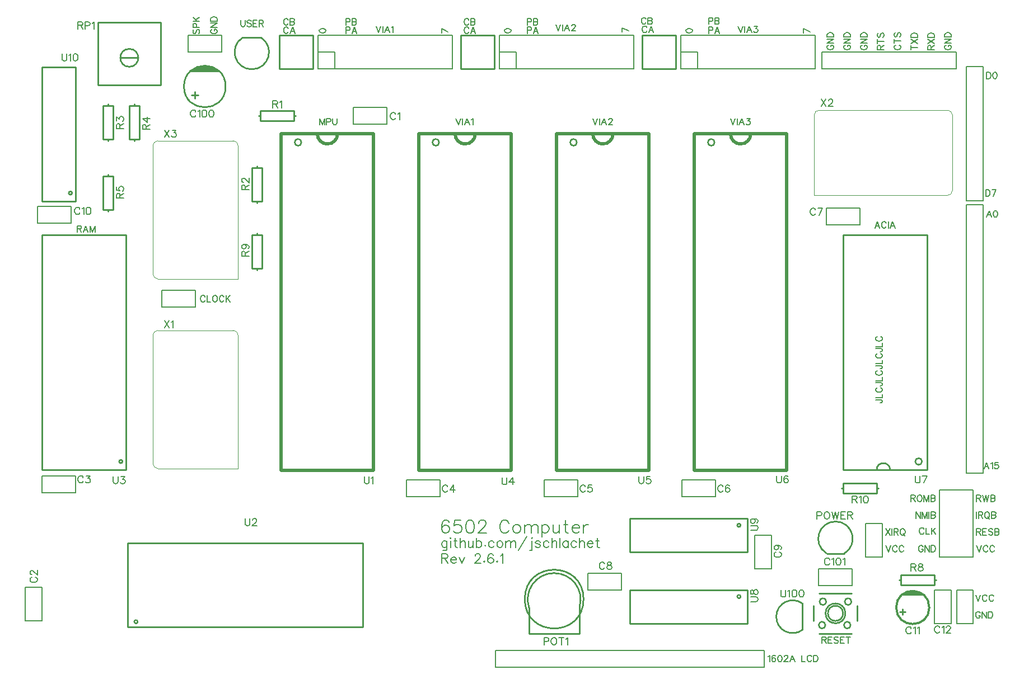
<source format=gto>
G04 Layer: TopSilkLayer*
G04 EasyEDA v6.4.25, 2021-11-27T09:28:47--8:00*
G04 2bb479a7f6b54dcc958ccff802dfd9b2,a81d661f06f64e70a3419793c5b4ef82,10*
G04 Gerber Generator version 0.2*
G04 Scale: 100 percent, Rotated: No, Reflected: No *
G04 Dimensions in millimeters *
G04 leading zeros omitted , absolute positions ,4 integer and 5 decimal *
%FSLAX45Y45*%
%MOMM*%

%ADD10C,0.2540*%
%ADD34C,0.2286*%
%ADD35C,0.5080*%
%ADD36C,0.1200*%
%ADD37C,0.2030*%
%ADD38C,0.2032*%
%ADD39C,0.2007*%
%ADD40C,0.2030*%
%ADD41C,0.3000*%
%ADD42C,0.1524*%
%ADD43C,0.2000*%

%LPD*%
D42*
X14770100Y9130537D02*
G01*
X14770100Y9035034D01*
X14770100Y9130537D02*
G01*
X14801850Y9130537D01*
X14815566Y9125965D01*
X14824709Y9117076D01*
X14829281Y9107931D01*
X14833854Y9094215D01*
X14833854Y9071610D01*
X14829281Y9057894D01*
X14824709Y9048750D01*
X14815566Y9039605D01*
X14801850Y9035034D01*
X14770100Y9035034D01*
X14891004Y9130537D02*
G01*
X14877288Y9125965D01*
X14868397Y9112504D01*
X14863825Y9089644D01*
X14863825Y9076181D01*
X14868397Y9053321D01*
X14877288Y9039605D01*
X14891004Y9035034D01*
X14900147Y9035034D01*
X14913609Y9039605D01*
X14922754Y9053321D01*
X14927325Y9076181D01*
X14927325Y9089644D01*
X14922754Y9112504D01*
X14913609Y9125965D01*
X14900147Y9130537D01*
X14891004Y9130537D01*
X14806422Y7035037D02*
G01*
X14770100Y6939534D01*
X14806422Y7035037D02*
G01*
X14842743Y6939534D01*
X14783816Y6971537D02*
G01*
X14829281Y6971537D01*
X14900147Y7035037D02*
G01*
X14886431Y7030465D01*
X14877288Y7017004D01*
X14872716Y6994144D01*
X14872716Y6980681D01*
X14877288Y6957821D01*
X14886431Y6944105D01*
X14900147Y6939534D01*
X14909291Y6939534D01*
X14922754Y6944105D01*
X14931897Y6957821D01*
X14936470Y6980681D01*
X14936470Y6994144D01*
X14931897Y7017004D01*
X14922754Y7030465D01*
X14909291Y7035037D01*
X14900147Y7035037D01*
X14757400Y7352537D02*
G01*
X14757400Y7257034D01*
X14757400Y7352537D02*
G01*
X14789150Y7352537D01*
X14802866Y7347965D01*
X14812009Y7339076D01*
X14816581Y7329931D01*
X14821154Y7316215D01*
X14821154Y7293610D01*
X14816581Y7279894D01*
X14812009Y7270750D01*
X14802866Y7261605D01*
X14789150Y7257034D01*
X14757400Y7257034D01*
X14914625Y7352537D02*
G01*
X14869159Y7257034D01*
X14851125Y7352537D02*
G01*
X14914625Y7352537D01*
X14768322Y3225037D02*
G01*
X14732000Y3129534D01*
X14768322Y3225037D02*
G01*
X14804643Y3129534D01*
X14745716Y3161537D02*
G01*
X14791181Y3161537D01*
X14834616Y3207004D02*
G01*
X14843759Y3211576D01*
X14857475Y3225037D01*
X14857475Y3129534D01*
X14942058Y3225037D02*
G01*
X14896591Y3225037D01*
X14892020Y3184144D01*
X14896591Y3188715D01*
X14910308Y3193287D01*
X14923770Y3193287D01*
X14937486Y3188715D01*
X14946629Y3179571D01*
X14951202Y3166110D01*
X14951202Y3156965D01*
X14946629Y3143250D01*
X14937486Y3134105D01*
X14923770Y3129534D01*
X14910308Y3129534D01*
X14896591Y3134105D01*
X14892020Y3138678D01*
X14887447Y3147821D01*
X13119861Y9474200D02*
G01*
X13215366Y9474200D01*
X13119861Y9474200D02*
G01*
X13119861Y9515094D01*
X13124434Y9528810D01*
X13129006Y9533381D01*
X13137895Y9537954D01*
X13147040Y9537954D01*
X13156184Y9533381D01*
X13160756Y9528810D01*
X13165327Y9515094D01*
X13165327Y9474200D01*
X13165327Y9505950D02*
G01*
X13215366Y9537954D01*
X13119861Y9599676D02*
G01*
X13215366Y9599676D01*
X13119861Y9567926D02*
G01*
X13119861Y9631426D01*
X13133324Y9725152D02*
G01*
X13124434Y9716008D01*
X13119861Y9702292D01*
X13119861Y9684258D01*
X13124434Y9670542D01*
X13133324Y9661397D01*
X13142468Y9661397D01*
X13151611Y9665970D01*
X13156184Y9670542D01*
X13160756Y9679686D01*
X13169900Y9706863D01*
X13174218Y9716008D01*
X13178790Y9720579D01*
X13187934Y9725152D01*
X13201650Y9725152D01*
X13210793Y9716008D01*
X13215366Y9702292D01*
X13215366Y9684258D01*
X13210793Y9670542D01*
X13201650Y9661397D01*
X13396468Y9542271D02*
G01*
X13387324Y9537954D01*
X13378434Y9528810D01*
X13373861Y9519665D01*
X13373861Y9501378D01*
X13378434Y9492487D01*
X13387324Y9483344D01*
X13396468Y9478771D01*
X13410184Y9474200D01*
X13432790Y9474200D01*
X13446506Y9478771D01*
X13455650Y9483344D01*
X13464793Y9492487D01*
X13469366Y9501378D01*
X13469366Y9519665D01*
X13464793Y9528810D01*
X13455650Y9537954D01*
X13446506Y9542271D01*
X13373861Y9604247D02*
G01*
X13469366Y9604247D01*
X13373861Y9572497D02*
G01*
X13373861Y9635997D01*
X13387324Y9729724D02*
G01*
X13378434Y9720579D01*
X13373861Y9706863D01*
X13373861Y9688829D01*
X13378434Y9675113D01*
X13387324Y9665970D01*
X13396468Y9665970D01*
X13405611Y9670542D01*
X13410184Y9675113D01*
X13414756Y9684258D01*
X13423900Y9711436D01*
X13428218Y9720579D01*
X13432790Y9725152D01*
X13441934Y9729724D01*
X13455650Y9729724D01*
X13464793Y9720579D01*
X13469366Y9706863D01*
X13469366Y9688829D01*
X13464793Y9675113D01*
X13455650Y9665970D01*
X13627861Y9505950D02*
G01*
X13723366Y9505950D01*
X13627861Y9474200D02*
G01*
X13627861Y9537954D01*
X13627861Y9567926D02*
G01*
X13723366Y9631426D01*
X13627861Y9631426D02*
G01*
X13723366Y9567926D01*
X13627861Y9661397D02*
G01*
X13723366Y9661397D01*
X13627861Y9661397D02*
G01*
X13627861Y9693402D01*
X13632434Y9706863D01*
X13641324Y9716008D01*
X13650468Y9720579D01*
X13664184Y9725152D01*
X13686790Y9725152D01*
X13700506Y9720579D01*
X13709650Y9716008D01*
X13718793Y9706863D01*
X13723366Y9693402D01*
X13723366Y9661397D01*
X13881861Y9474200D02*
G01*
X13977366Y9474200D01*
X13881861Y9474200D02*
G01*
X13881861Y9515094D01*
X13886434Y9528810D01*
X13891006Y9533381D01*
X13899895Y9537954D01*
X13909040Y9537954D01*
X13918184Y9533381D01*
X13922756Y9528810D01*
X13927327Y9515094D01*
X13927327Y9474200D01*
X13927327Y9505950D02*
G01*
X13977366Y9537954D01*
X13881861Y9567926D02*
G01*
X13977366Y9631426D01*
X13881861Y9631426D02*
G01*
X13977366Y9567926D01*
X13881861Y9661397D02*
G01*
X13977366Y9661397D01*
X13881861Y9661397D02*
G01*
X13881861Y9693402D01*
X13886434Y9706863D01*
X13895324Y9716008D01*
X13904468Y9720579D01*
X13918184Y9725152D01*
X13940790Y9725152D01*
X13954506Y9720579D01*
X13963650Y9716008D01*
X13972793Y9706863D01*
X13977366Y9693402D01*
X13977366Y9661397D01*
X14158468Y9542271D02*
G01*
X14149324Y9537954D01*
X14140434Y9528810D01*
X14135861Y9519665D01*
X14135861Y9501378D01*
X14140434Y9492487D01*
X14149324Y9483344D01*
X14158468Y9478771D01*
X14172184Y9474200D01*
X14194790Y9474200D01*
X14208506Y9478771D01*
X14217650Y9483344D01*
X14226793Y9492487D01*
X14231366Y9501378D01*
X14231366Y9519665D01*
X14226793Y9528810D01*
X14217650Y9537954D01*
X14208506Y9542271D01*
X14194790Y9542271D01*
X14194790Y9519665D02*
G01*
X14194790Y9542271D01*
X14135861Y9572497D02*
G01*
X14231366Y9572497D01*
X14135861Y9572497D02*
G01*
X14231366Y9635997D01*
X14135861Y9635997D02*
G01*
X14231366Y9635997D01*
X14135861Y9665970D02*
G01*
X14231366Y9665970D01*
X14135861Y9665970D02*
G01*
X14135861Y9697720D01*
X14140434Y9711436D01*
X14149324Y9720579D01*
X14158468Y9725152D01*
X14172184Y9729724D01*
X14194790Y9729724D01*
X14208506Y9725152D01*
X14217650Y9720579D01*
X14226793Y9711436D01*
X14231366Y9697720D01*
X14231366Y9665970D01*
X12888468Y9542271D02*
G01*
X12879324Y9537954D01*
X12870434Y9528810D01*
X12865861Y9519665D01*
X12865861Y9501378D01*
X12870434Y9492487D01*
X12879324Y9483344D01*
X12888468Y9478771D01*
X12902184Y9474200D01*
X12924790Y9474200D01*
X12938506Y9478771D01*
X12947650Y9483344D01*
X12956793Y9492487D01*
X12961365Y9501378D01*
X12961365Y9519665D01*
X12956793Y9528810D01*
X12947650Y9537954D01*
X12938506Y9542271D01*
X12924790Y9542271D01*
X12924790Y9519665D02*
G01*
X12924790Y9542271D01*
X12865861Y9572497D02*
G01*
X12961365Y9572497D01*
X12865861Y9572497D02*
G01*
X12961365Y9635997D01*
X12865861Y9635997D02*
G01*
X12961365Y9635997D01*
X12865861Y9665970D02*
G01*
X12961365Y9665970D01*
X12865861Y9665970D02*
G01*
X12865861Y9697720D01*
X12870434Y9711436D01*
X12879324Y9720579D01*
X12888468Y9725152D01*
X12902184Y9729724D01*
X12924790Y9729724D01*
X12938506Y9725152D01*
X12947650Y9720579D01*
X12956793Y9711436D01*
X12961365Y9697720D01*
X12961365Y9665970D01*
X12634468Y9542271D02*
G01*
X12625324Y9537954D01*
X12616434Y9528810D01*
X12611861Y9519665D01*
X12611861Y9501378D01*
X12616434Y9492487D01*
X12625324Y9483344D01*
X12634468Y9478771D01*
X12648184Y9474200D01*
X12670790Y9474200D01*
X12684506Y9478771D01*
X12693650Y9483344D01*
X12702793Y9492487D01*
X12707365Y9501378D01*
X12707365Y9519665D01*
X12702793Y9528810D01*
X12693650Y9537954D01*
X12684506Y9542271D01*
X12670790Y9542271D01*
X12670790Y9519665D02*
G01*
X12670790Y9542271D01*
X12611861Y9572497D02*
G01*
X12707365Y9572497D01*
X12611861Y9572497D02*
G01*
X12707365Y9635997D01*
X12611861Y9635997D02*
G01*
X12707365Y9635997D01*
X12611861Y9665970D02*
G01*
X12707365Y9665970D01*
X12611861Y9665970D02*
G01*
X12611861Y9697720D01*
X12616434Y9711436D01*
X12625324Y9720579D01*
X12634468Y9725152D01*
X12648184Y9729724D01*
X12670790Y9729724D01*
X12684506Y9725152D01*
X12693650Y9720579D01*
X12702793Y9711436D01*
X12707365Y9697720D01*
X12707365Y9665970D01*
X12380468Y9542271D02*
G01*
X12371324Y9537954D01*
X12362434Y9528810D01*
X12357861Y9519665D01*
X12357861Y9501378D01*
X12362434Y9492487D01*
X12371324Y9483344D01*
X12380468Y9478771D01*
X12394184Y9474200D01*
X12416790Y9474200D01*
X12430506Y9478771D01*
X12439650Y9483344D01*
X12448793Y9492487D01*
X12453365Y9501378D01*
X12453365Y9519665D01*
X12448793Y9528810D01*
X12439650Y9537954D01*
X12430506Y9542271D01*
X12416790Y9542271D01*
X12416790Y9519665D02*
G01*
X12416790Y9542271D01*
X12357861Y9572497D02*
G01*
X12453365Y9572497D01*
X12357861Y9572497D02*
G01*
X12453365Y9635997D01*
X12357861Y9635997D02*
G01*
X12453365Y9635997D01*
X12357861Y9665970D02*
G01*
X12453365Y9665970D01*
X12357861Y9665970D02*
G01*
X12357861Y9697720D01*
X12362434Y9711436D01*
X12371324Y9720579D01*
X12380468Y9725152D01*
X12394184Y9729724D01*
X12416790Y9729724D01*
X12430506Y9725152D01*
X12439650Y9720579D01*
X12448793Y9711436D01*
X12453365Y9697720D01*
X12453365Y9665970D01*
D38*
X14617700Y2729737D02*
G01*
X14617700Y2634234D01*
X14617700Y2729737D02*
G01*
X14658593Y2729737D01*
X14672309Y2725165D01*
X14676881Y2720594D01*
X14681454Y2711704D01*
X14681454Y2702560D01*
X14676881Y2693415D01*
X14672309Y2688844D01*
X14658593Y2684271D01*
X14617700Y2684271D01*
X14649450Y2684271D02*
G01*
X14681454Y2634234D01*
X14711425Y2729737D02*
G01*
X14734031Y2634234D01*
X14756891Y2729737D02*
G01*
X14734031Y2634234D01*
X14756891Y2729737D02*
G01*
X14779497Y2634234D01*
X14802358Y2729737D02*
G01*
X14779497Y2634234D01*
X14832329Y2729737D02*
G01*
X14832329Y2634234D01*
X14832329Y2729737D02*
G01*
X14873224Y2729737D01*
X14886686Y2725165D01*
X14891258Y2720594D01*
X14895829Y2711704D01*
X14895829Y2702560D01*
X14891258Y2693415D01*
X14886686Y2688844D01*
X14873224Y2684271D01*
X14832329Y2684271D02*
G01*
X14873224Y2684271D01*
X14886686Y2679700D01*
X14891258Y2675381D01*
X14895829Y2666237D01*
X14895829Y2652521D01*
X14891258Y2643378D01*
X14886686Y2638805D01*
X14873224Y2634234D01*
X14832329Y2634234D01*
X13627100Y2729737D02*
G01*
X13627100Y2634234D01*
X13627100Y2729737D02*
G01*
X13667993Y2729737D01*
X13681709Y2725165D01*
X13686281Y2720594D01*
X13690854Y2711704D01*
X13690854Y2702560D01*
X13686281Y2693415D01*
X13681709Y2688844D01*
X13667993Y2684271D01*
X13627100Y2684271D01*
X13658850Y2684271D02*
G01*
X13690854Y2634234D01*
X13748004Y2729737D02*
G01*
X13738859Y2725165D01*
X13729716Y2716276D01*
X13725397Y2707131D01*
X13720825Y2693415D01*
X13720825Y2670810D01*
X13725397Y2657094D01*
X13729716Y2647950D01*
X13738859Y2638805D01*
X13748004Y2634234D01*
X13766291Y2634234D01*
X13775181Y2638805D01*
X13784325Y2647950D01*
X13788897Y2657094D01*
X13793470Y2670810D01*
X13793470Y2693415D01*
X13788897Y2707131D01*
X13784325Y2716276D01*
X13775181Y2725165D01*
X13766291Y2729737D01*
X13748004Y2729737D01*
X13823441Y2729737D02*
G01*
X13823441Y2634234D01*
X13823441Y2729737D02*
G01*
X13859763Y2634234D01*
X13896086Y2729737D02*
G01*
X13859763Y2634234D01*
X13896086Y2729737D02*
G01*
X13896086Y2634234D01*
X13926311Y2729737D02*
G01*
X13926311Y2634234D01*
X13926311Y2729737D02*
G01*
X13967206Y2729737D01*
X13980668Y2725165D01*
X13985240Y2720594D01*
X13989811Y2711704D01*
X13989811Y2702560D01*
X13985240Y2693415D01*
X13980668Y2688844D01*
X13967206Y2684271D01*
X13926311Y2684271D02*
G01*
X13967206Y2684271D01*
X13980668Y2679700D01*
X13985240Y2675381D01*
X13989811Y2666237D01*
X13989811Y2652521D01*
X13985240Y2643378D01*
X13980668Y2638805D01*
X13967206Y2634234D01*
X13926311Y2634234D01*
X13703300Y2475737D02*
G01*
X13703300Y2380234D01*
X13703300Y2475737D02*
G01*
X13767054Y2380234D01*
X13767054Y2475737D02*
G01*
X13767054Y2380234D01*
X13797025Y2475737D02*
G01*
X13797025Y2380234D01*
X13797025Y2475737D02*
G01*
X13833347Y2380234D01*
X13869670Y2475737D02*
G01*
X13833347Y2380234D01*
X13869670Y2475737D02*
G01*
X13869670Y2380234D01*
X13899641Y2475737D02*
G01*
X13899641Y2380234D01*
X13929613Y2475737D02*
G01*
X13929613Y2380234D01*
X13929613Y2475737D02*
G01*
X13970508Y2475737D01*
X13984224Y2471165D01*
X13988795Y2466594D01*
X13993368Y2457704D01*
X13993368Y2448560D01*
X13988795Y2439415D01*
X13984224Y2434844D01*
X13970508Y2430271D01*
X13929613Y2430271D02*
G01*
X13970508Y2430271D01*
X13984224Y2425700D01*
X13988795Y2421381D01*
X13993368Y2412237D01*
X13993368Y2398521D01*
X13988795Y2389378D01*
X13984224Y2384805D01*
X13970508Y2380234D01*
X13929613Y2380234D01*
X13822172Y2211831D02*
G01*
X13817854Y2220976D01*
X13808709Y2229865D01*
X13799566Y2234437D01*
X13781277Y2234437D01*
X13772388Y2229865D01*
X13763243Y2220976D01*
X13758672Y2211831D01*
X13754100Y2198115D01*
X13754100Y2175510D01*
X13758672Y2161794D01*
X13763243Y2152650D01*
X13772388Y2143505D01*
X13781277Y2138934D01*
X13799566Y2138934D01*
X13808709Y2143505D01*
X13817854Y2152650D01*
X13822172Y2161794D01*
X13852397Y2234437D02*
G01*
X13852397Y2138934D01*
X13852397Y2138934D02*
G01*
X13906754Y2138934D01*
X13936725Y2234437D02*
G01*
X13936725Y2138934D01*
X14000479Y2234437D02*
G01*
X13936725Y2170937D01*
X13959586Y2193544D02*
G01*
X14000479Y2138934D01*
X13809472Y1945131D02*
G01*
X13805154Y1954276D01*
X13796009Y1963165D01*
X13786866Y1967737D01*
X13768577Y1967737D01*
X13759688Y1963165D01*
X13750543Y1954276D01*
X13745972Y1945131D01*
X13741400Y1931415D01*
X13741400Y1908810D01*
X13745972Y1895094D01*
X13750543Y1885950D01*
X13759688Y1876805D01*
X13768577Y1872234D01*
X13786866Y1872234D01*
X13796009Y1876805D01*
X13805154Y1885950D01*
X13809472Y1895094D01*
X13809472Y1908810D01*
X13786866Y1908810D02*
G01*
X13809472Y1908810D01*
X13839697Y1967737D02*
G01*
X13839697Y1872234D01*
X13839697Y1967737D02*
G01*
X13903197Y1872234D01*
X13903197Y1967737D02*
G01*
X13903197Y1872234D01*
X13933170Y1967737D02*
G01*
X13933170Y1872234D01*
X13933170Y1967737D02*
G01*
X13964920Y1967737D01*
X13978636Y1963165D01*
X13987779Y1954276D01*
X13992352Y1945131D01*
X13996924Y1931415D01*
X13996924Y1908810D01*
X13992352Y1895094D01*
X13987779Y1885950D01*
X13978636Y1876805D01*
X13964920Y1872234D01*
X13933170Y1872234D01*
X11010900Y9829037D02*
G01*
X11047222Y9733534D01*
X11083543Y9829037D02*
G01*
X11047222Y9733534D01*
X11113515Y9829037D02*
G01*
X11113515Y9733534D01*
X11180063Y9829037D02*
G01*
X11143741Y9733534D01*
X11180063Y9829037D02*
G01*
X11216386Y9733534D01*
X11157204Y9765537D02*
G01*
X11202670Y9765537D01*
X11255502Y9829037D02*
G01*
X11305540Y9829037D01*
X11278108Y9792715D01*
X11291824Y9792715D01*
X11300968Y9788144D01*
X11305540Y9783571D01*
X11310111Y9770110D01*
X11310111Y9760965D01*
X11305540Y9747250D01*
X11296395Y9738105D01*
X11282679Y9733534D01*
X11268963Y9733534D01*
X11255502Y9738105D01*
X11250929Y9742678D01*
X11246358Y9751821D01*
X8255000Y9854437D02*
G01*
X8291322Y9758934D01*
X8327643Y9854437D02*
G01*
X8291322Y9758934D01*
X8357615Y9854437D02*
G01*
X8357615Y9758934D01*
X8424163Y9854437D02*
G01*
X8387841Y9758934D01*
X8424163Y9854437D02*
G01*
X8460486Y9758934D01*
X8401304Y9790937D02*
G01*
X8446770Y9790937D01*
X8495029Y9831831D02*
G01*
X8495029Y9836404D01*
X8499602Y9845294D01*
X8504174Y9849865D01*
X8513063Y9854437D01*
X8531352Y9854437D01*
X8540495Y9849865D01*
X8545068Y9845294D01*
X8549640Y9836404D01*
X8549640Y9827260D01*
X8545068Y9818115D01*
X8535924Y9804400D01*
X8490458Y9758934D01*
X8554211Y9758934D01*
X5537200Y9829037D02*
G01*
X5573522Y9733534D01*
X5609843Y9829037D02*
G01*
X5573522Y9733534D01*
X5639815Y9829037D02*
G01*
X5639815Y9733534D01*
X5706363Y9829037D02*
G01*
X5670041Y9733534D01*
X5706363Y9829037D02*
G01*
X5742686Y9733534D01*
X5683504Y9765537D02*
G01*
X5728970Y9765537D01*
X5772658Y9811004D02*
G01*
X5781802Y9815576D01*
X5795263Y9829037D01*
X5795263Y9733534D01*
X4208272Y9793731D02*
G01*
X4203954Y9802876D01*
X4194809Y9811765D01*
X4185665Y9816337D01*
X4167377Y9816337D01*
X4158488Y9811765D01*
X4149343Y9802876D01*
X4144772Y9793731D01*
X4140200Y9780015D01*
X4140200Y9757410D01*
X4144772Y9743694D01*
X4149343Y9734550D01*
X4158488Y9725405D01*
X4167377Y9720834D01*
X4185665Y9720834D01*
X4194809Y9725405D01*
X4203954Y9734550D01*
X4208272Y9743694D01*
X4274820Y9816337D02*
G01*
X4238497Y9720834D01*
X4274820Y9816337D02*
G01*
X4311141Y9720834D01*
X4251959Y9752837D02*
G01*
X4297425Y9752837D01*
X4208272Y9920731D02*
G01*
X4203954Y9929876D01*
X4194809Y9938765D01*
X4185665Y9943337D01*
X4167377Y9943337D01*
X4158488Y9938765D01*
X4149343Y9929876D01*
X4144772Y9920731D01*
X4140200Y9907015D01*
X4140200Y9884410D01*
X4144772Y9870694D01*
X4149343Y9861550D01*
X4158488Y9852405D01*
X4167377Y9847834D01*
X4185665Y9847834D01*
X4194809Y9852405D01*
X4203954Y9861550D01*
X4208272Y9870694D01*
X4238497Y9943337D02*
G01*
X4238497Y9847834D01*
X4238497Y9943337D02*
G01*
X4279391Y9943337D01*
X4292854Y9938765D01*
X4297425Y9934194D01*
X4301997Y9925304D01*
X4301997Y9916160D01*
X4297425Y9907015D01*
X4292854Y9902444D01*
X4279391Y9897871D01*
X4238497Y9897871D02*
G01*
X4279391Y9897871D01*
X4292854Y9893300D01*
X4297425Y9888981D01*
X4301997Y9879837D01*
X4301997Y9866121D01*
X4297425Y9856978D01*
X4292854Y9852405D01*
X4279391Y9847834D01*
X4238497Y9847834D01*
X6938769Y9793734D02*
G01*
X6934451Y9802878D01*
X6925307Y9811768D01*
X6916163Y9816340D01*
X6897875Y9816340D01*
X6888985Y9811768D01*
X6879841Y9802878D01*
X6875269Y9793734D01*
X6870697Y9780018D01*
X6870697Y9757412D01*
X6875269Y9743696D01*
X6879841Y9734552D01*
X6888985Y9725408D01*
X6897875Y9720836D01*
X6916163Y9720836D01*
X6925307Y9725408D01*
X6934451Y9734552D01*
X6938769Y9743696D01*
X7005317Y9816340D02*
G01*
X6968995Y9720836D01*
X7005317Y9816340D02*
G01*
X7041639Y9720836D01*
X6982457Y9752840D02*
G01*
X7027923Y9752840D01*
X6938769Y9920734D02*
G01*
X6934451Y9929878D01*
X6925307Y9938768D01*
X6916163Y9943340D01*
X6897875Y9943340D01*
X6888985Y9938768D01*
X6879841Y9929878D01*
X6875269Y9920734D01*
X6870697Y9907018D01*
X6870697Y9884412D01*
X6875269Y9870696D01*
X6879841Y9861552D01*
X6888985Y9852408D01*
X6897875Y9847836D01*
X6916163Y9847836D01*
X6925307Y9852408D01*
X6934451Y9861552D01*
X6938769Y9870696D01*
X6968995Y9943340D02*
G01*
X6968995Y9847836D01*
X6968995Y9943340D02*
G01*
X7009889Y9943340D01*
X7023351Y9938768D01*
X7027923Y9934196D01*
X7032495Y9925306D01*
X7032495Y9916162D01*
X7027923Y9907018D01*
X7023351Y9902446D01*
X7009889Y9897874D01*
X6968995Y9897874D02*
G01*
X7009889Y9897874D01*
X7023351Y9893302D01*
X7027923Y9888984D01*
X7032495Y9879840D01*
X7032495Y9866124D01*
X7027923Y9856980D01*
X7023351Y9852408D01*
X7009889Y9847836D01*
X6968995Y9847836D01*
X9631172Y9806431D02*
G01*
X9626854Y9815576D01*
X9617709Y9824465D01*
X9608565Y9829037D01*
X9590277Y9829037D01*
X9581388Y9824465D01*
X9572243Y9815576D01*
X9567672Y9806431D01*
X9563100Y9792715D01*
X9563100Y9770110D01*
X9567672Y9756394D01*
X9572243Y9747250D01*
X9581388Y9738105D01*
X9590277Y9733534D01*
X9608565Y9733534D01*
X9617709Y9738105D01*
X9626854Y9747250D01*
X9631172Y9756394D01*
X9697720Y9829037D02*
G01*
X9661397Y9733534D01*
X9697720Y9829037D02*
G01*
X9734041Y9733534D01*
X9674859Y9765537D02*
G01*
X9720325Y9765537D01*
X9618472Y9933431D02*
G01*
X9614154Y9942576D01*
X9605009Y9951465D01*
X9595865Y9956037D01*
X9577577Y9956037D01*
X9568688Y9951465D01*
X9559543Y9942576D01*
X9554972Y9933431D01*
X9550400Y9919715D01*
X9550400Y9897110D01*
X9554972Y9883394D01*
X9559543Y9874250D01*
X9568688Y9865105D01*
X9577577Y9860534D01*
X9595865Y9860534D01*
X9605009Y9865105D01*
X9614154Y9874250D01*
X9618472Y9883394D01*
X9648697Y9956037D02*
G01*
X9648697Y9860534D01*
X9648697Y9956037D02*
G01*
X9689591Y9956037D01*
X9703054Y9951465D01*
X9707625Y9946894D01*
X9712197Y9938004D01*
X9712197Y9928860D01*
X9707625Y9919715D01*
X9703054Y9915144D01*
X9689591Y9910571D01*
X9648697Y9910571D02*
G01*
X9689591Y9910571D01*
X9703054Y9906000D01*
X9707625Y9901681D01*
X9712197Y9892537D01*
X9712197Y9878821D01*
X9707625Y9869678D01*
X9703054Y9865105D01*
X9689591Y9860534D01*
X9648697Y9860534D01*
X10566400Y9816337D02*
G01*
X10566400Y9720834D01*
X10566400Y9816337D02*
G01*
X10607293Y9816337D01*
X10621009Y9811765D01*
X10625581Y9807194D01*
X10630154Y9798304D01*
X10630154Y9784587D01*
X10625581Y9775444D01*
X10621009Y9770871D01*
X10607293Y9766300D01*
X10566400Y9766300D01*
X10696447Y9816337D02*
G01*
X10660125Y9720834D01*
X10696447Y9816337D02*
G01*
X10732770Y9720834D01*
X10673588Y9752837D02*
G01*
X10719054Y9752837D01*
X10566400Y9956037D02*
G01*
X10566400Y9860534D01*
X10566400Y9956037D02*
G01*
X10607293Y9956037D01*
X10621009Y9951465D01*
X10625581Y9946894D01*
X10630154Y9938004D01*
X10630154Y9924287D01*
X10625581Y9915144D01*
X10621009Y9910571D01*
X10607293Y9906000D01*
X10566400Y9906000D01*
X10660125Y9956037D02*
G01*
X10660125Y9860534D01*
X10660125Y9956037D02*
G01*
X10701020Y9956037D01*
X10714481Y9951465D01*
X10719054Y9946894D01*
X10723625Y9938004D01*
X10723625Y9928860D01*
X10719054Y9919715D01*
X10714481Y9915144D01*
X10701020Y9910571D01*
X10660125Y9910571D02*
G01*
X10701020Y9910571D01*
X10714481Y9906000D01*
X10719054Y9901681D01*
X10723625Y9892537D01*
X10723625Y9878821D01*
X10719054Y9869678D01*
X10714481Y9865105D01*
X10701020Y9860534D01*
X10660125Y9860534D01*
X14617700Y2221737D02*
G01*
X14617700Y2126234D01*
X14617700Y2221737D02*
G01*
X14658593Y2221737D01*
X14672309Y2217165D01*
X14676881Y2212594D01*
X14681454Y2203704D01*
X14681454Y2194560D01*
X14676881Y2185415D01*
X14672309Y2180844D01*
X14658593Y2176271D01*
X14617700Y2176271D01*
X14649450Y2176271D02*
G01*
X14681454Y2126234D01*
X14711425Y2221737D02*
G01*
X14711425Y2126234D01*
X14711425Y2221737D02*
G01*
X14770354Y2221737D01*
X14711425Y2176271D02*
G01*
X14747747Y2176271D01*
X14711425Y2126234D02*
G01*
X14770354Y2126234D01*
X14864079Y2208276D02*
G01*
X14854936Y2217165D01*
X14841220Y2221737D01*
X14823186Y2221737D01*
X14809470Y2217165D01*
X14800325Y2208276D01*
X14800325Y2199131D01*
X14804897Y2189987D01*
X14809470Y2185415D01*
X14818613Y2180844D01*
X14845791Y2171700D01*
X14854936Y2167381D01*
X14859508Y2162810D01*
X14864079Y2153665D01*
X14864079Y2139950D01*
X14854936Y2130805D01*
X14841220Y2126234D01*
X14823186Y2126234D01*
X14809470Y2130805D01*
X14800325Y2139950D01*
X14894052Y2221737D02*
G01*
X14894052Y2126234D01*
X14894052Y2221737D02*
G01*
X14934945Y2221737D01*
X14948661Y2217165D01*
X14953234Y2212594D01*
X14957806Y2203704D01*
X14957806Y2194560D01*
X14953234Y2185415D01*
X14948661Y2180844D01*
X14934945Y2176271D01*
X14894052Y2176271D02*
G01*
X14934945Y2176271D01*
X14948661Y2171700D01*
X14953234Y2167381D01*
X14957806Y2158237D01*
X14957806Y2144521D01*
X14953234Y2135378D01*
X14948661Y2130805D01*
X14934945Y2126234D01*
X14894052Y2126234D01*
X14617700Y2475737D02*
G01*
X14617700Y2380234D01*
X14647672Y2475737D02*
G01*
X14647672Y2380234D01*
X14647672Y2475737D02*
G01*
X14688566Y2475737D01*
X14702281Y2471165D01*
X14706854Y2466594D01*
X14711425Y2457704D01*
X14711425Y2448560D01*
X14706854Y2439415D01*
X14702281Y2434844D01*
X14688566Y2430271D01*
X14647672Y2430271D01*
X14679422Y2430271D02*
G01*
X14711425Y2380234D01*
X14768575Y2475737D02*
G01*
X14759431Y2471165D01*
X14750541Y2462276D01*
X14745970Y2453131D01*
X14741397Y2439415D01*
X14741397Y2416810D01*
X14745970Y2403094D01*
X14750541Y2393950D01*
X14759431Y2384805D01*
X14768575Y2380234D01*
X14786863Y2380234D01*
X14796008Y2384805D01*
X14804897Y2393950D01*
X14809470Y2403094D01*
X14814041Y2416810D01*
X14814041Y2439415D01*
X14809470Y2453131D01*
X14804897Y2462276D01*
X14796008Y2471165D01*
X14786863Y2475737D01*
X14768575Y2475737D01*
X14782291Y2398521D02*
G01*
X14809470Y2371344D01*
X14844013Y2475737D02*
G01*
X14844013Y2380234D01*
X14844013Y2475737D02*
G01*
X14884908Y2475737D01*
X14898624Y2471165D01*
X14903195Y2466594D01*
X14907768Y2457704D01*
X14907768Y2448560D01*
X14903195Y2439415D01*
X14898624Y2434844D01*
X14884908Y2430271D01*
X14844013Y2430271D02*
G01*
X14884908Y2430271D01*
X14898624Y2425700D01*
X14903195Y2421381D01*
X14907768Y2412237D01*
X14907768Y2398521D01*
X14903195Y2389378D01*
X14898624Y2384805D01*
X14884908Y2380234D01*
X14844013Y2380234D01*
X14617700Y1967737D02*
G01*
X14654022Y1872234D01*
X14690343Y1967737D02*
G01*
X14654022Y1872234D01*
X14788641Y1945131D02*
G01*
X14784070Y1954276D01*
X14774925Y1963165D01*
X14765781Y1967737D01*
X14747747Y1967737D01*
X14738604Y1963165D01*
X14729459Y1954276D01*
X14724888Y1945131D01*
X14720316Y1931415D01*
X14720316Y1908810D01*
X14724888Y1895094D01*
X14729459Y1885950D01*
X14738604Y1876805D01*
X14747747Y1872234D01*
X14765781Y1872234D01*
X14774925Y1876805D01*
X14784070Y1885950D01*
X14788641Y1895094D01*
X14886686Y1945131D02*
G01*
X14882368Y1954276D01*
X14873224Y1963165D01*
X14864079Y1967737D01*
X14845791Y1967737D01*
X14836902Y1963165D01*
X14827758Y1954276D01*
X14823186Y1945131D01*
X14818613Y1931415D01*
X14818613Y1908810D01*
X14823186Y1895094D01*
X14827758Y1885950D01*
X14836902Y1876805D01*
X14845791Y1872234D01*
X14864079Y1872234D01*
X14873224Y1876805D01*
X14882368Y1885950D01*
X14886686Y1895094D01*
D42*
X13246100Y2221737D02*
G01*
X13309854Y2126234D01*
X13309854Y2221737D02*
G01*
X13246100Y2126234D01*
X13339825Y2221737D02*
G01*
X13339825Y2126234D01*
X13369797Y2221737D02*
G01*
X13369797Y2126234D01*
X13369797Y2221737D02*
G01*
X13410691Y2221737D01*
X13424408Y2217165D01*
X13428725Y2212594D01*
X13433297Y2203704D01*
X13433297Y2194560D01*
X13428725Y2185415D01*
X13424408Y2180844D01*
X13410691Y2176271D01*
X13369797Y2176271D01*
X13401547Y2176271D02*
G01*
X13433297Y2126234D01*
X13490702Y2221737D02*
G01*
X13481558Y2217165D01*
X13472413Y2208276D01*
X13467841Y2199131D01*
X13463270Y2185415D01*
X13463270Y2162810D01*
X13467841Y2149094D01*
X13472413Y2139950D01*
X13481558Y2130805D01*
X13490702Y2126234D01*
X13508736Y2126234D01*
X13517879Y2130805D01*
X13527024Y2139950D01*
X13531595Y2149094D01*
X13536168Y2162810D01*
X13536168Y2185415D01*
X13531595Y2199131D01*
X13527024Y2208276D01*
X13517879Y2217165D01*
X13508736Y2221737D01*
X13490702Y2221737D01*
X13504163Y2144521D02*
G01*
X13531595Y2117344D01*
X13246100Y1967737D02*
G01*
X13282422Y1872234D01*
X13318743Y1967737D02*
G01*
X13282422Y1872234D01*
X13417041Y1945131D02*
G01*
X13412470Y1954276D01*
X13403325Y1963165D01*
X13394181Y1967737D01*
X13376147Y1967737D01*
X13367004Y1963165D01*
X13357859Y1954276D01*
X13353288Y1945131D01*
X13348716Y1931415D01*
X13348716Y1908810D01*
X13353288Y1895094D01*
X13357859Y1885950D01*
X13367004Y1876805D01*
X13376147Y1872234D01*
X13394181Y1872234D01*
X13403325Y1876805D01*
X13412470Y1885950D01*
X13417041Y1895094D01*
X13515086Y1945131D02*
G01*
X13510768Y1954276D01*
X13501624Y1963165D01*
X13492479Y1967737D01*
X13474191Y1967737D01*
X13465302Y1963165D01*
X13456158Y1954276D01*
X13451586Y1945131D01*
X13447013Y1931415D01*
X13447013Y1908810D01*
X13451586Y1895094D01*
X13456158Y1885950D01*
X13465302Y1876805D01*
X13474191Y1872234D01*
X13492479Y1872234D01*
X13501624Y1876805D01*
X13510768Y1885950D01*
X13515086Y1895094D01*
X2782824Y9779254D02*
G01*
X2773934Y9770110D01*
X2769361Y9756394D01*
X2769361Y9738105D01*
X2773934Y9724644D01*
X2782824Y9715500D01*
X2791968Y9715500D01*
X2801111Y9720071D01*
X2805684Y9724644D01*
X2810256Y9733787D01*
X2819400Y9760965D01*
X2823718Y9770110D01*
X2828290Y9774681D01*
X2837434Y9779254D01*
X2851150Y9779254D01*
X2860293Y9770110D01*
X2864865Y9756394D01*
X2864865Y9738105D01*
X2860293Y9724644D01*
X2851150Y9715500D01*
X2769361Y9809226D02*
G01*
X2864865Y9809226D01*
X2769361Y9809226D02*
G01*
X2769361Y9850120D01*
X2773934Y9863581D01*
X2778506Y9868154D01*
X2787395Y9872726D01*
X2801111Y9872726D01*
X2810256Y9868154D01*
X2814827Y9863581D01*
X2819400Y9850120D01*
X2819400Y9809226D01*
X2769361Y9902697D02*
G01*
X2864865Y9902697D01*
X2769361Y9966452D02*
G01*
X2832861Y9902697D01*
X2810256Y9925558D02*
G01*
X2864865Y9966452D01*
X3058668Y9783571D02*
G01*
X3049524Y9779254D01*
X3040634Y9770110D01*
X3036061Y9760965D01*
X3036061Y9742678D01*
X3040634Y9733787D01*
X3049524Y9724644D01*
X3058668Y9720071D01*
X3072384Y9715500D01*
X3094990Y9715500D01*
X3108706Y9720071D01*
X3117850Y9724644D01*
X3126993Y9733787D01*
X3131565Y9742678D01*
X3131565Y9760965D01*
X3126993Y9770110D01*
X3117850Y9779254D01*
X3108706Y9783571D01*
X3094990Y9783571D01*
X3094990Y9760965D02*
G01*
X3094990Y9783571D01*
X3036061Y9813797D02*
G01*
X3131565Y9813797D01*
X3036061Y9813797D02*
G01*
X3131565Y9877297D01*
X3036061Y9877297D02*
G01*
X3131565Y9877297D01*
X3036061Y9907270D02*
G01*
X3131565Y9907270D01*
X3036061Y9907270D02*
G01*
X3036061Y9939020D01*
X3040634Y9952736D01*
X3049524Y9961879D01*
X3058668Y9966452D01*
X3072384Y9971024D01*
X3094990Y9971024D01*
X3108706Y9966452D01*
X3117850Y9961879D01*
X3126993Y9952736D01*
X3131565Y9939020D01*
X3131565Y9907270D01*
X14673072Y941831D02*
G01*
X14668754Y950976D01*
X14659609Y959865D01*
X14650466Y964437D01*
X14632177Y964437D01*
X14623288Y959865D01*
X14614143Y950976D01*
X14609572Y941831D01*
X14605000Y928115D01*
X14605000Y905510D01*
X14609572Y891794D01*
X14614143Y882650D01*
X14623288Y873505D01*
X14632177Y868934D01*
X14650466Y868934D01*
X14659609Y873505D01*
X14668754Y882650D01*
X14673072Y891794D01*
X14673072Y905510D01*
X14650466Y905510D02*
G01*
X14673072Y905510D01*
X14703297Y964437D02*
G01*
X14703297Y868934D01*
X14703297Y964437D02*
G01*
X14766797Y868934D01*
X14766797Y964437D02*
G01*
X14766797Y868934D01*
X14796770Y964437D02*
G01*
X14796770Y868934D01*
X14796770Y964437D02*
G01*
X14828520Y964437D01*
X14842236Y959865D01*
X14851379Y950976D01*
X14855952Y941831D01*
X14860524Y928115D01*
X14860524Y905510D01*
X14855952Y891794D01*
X14851379Y882650D01*
X14842236Y873505D01*
X14828520Y868934D01*
X14796770Y868934D01*
X14605000Y1218437D02*
G01*
X14641322Y1122934D01*
X14677643Y1218437D02*
G01*
X14641322Y1122934D01*
X14775941Y1195831D02*
G01*
X14771370Y1204976D01*
X14762225Y1213865D01*
X14753081Y1218437D01*
X14735047Y1218437D01*
X14725904Y1213865D01*
X14716759Y1204976D01*
X14712188Y1195831D01*
X14707616Y1182115D01*
X14707616Y1159510D01*
X14712188Y1145794D01*
X14716759Y1136650D01*
X14725904Y1127505D01*
X14735047Y1122934D01*
X14753081Y1122934D01*
X14762225Y1127505D01*
X14771370Y1136650D01*
X14775941Y1145794D01*
X14873986Y1195831D02*
G01*
X14869668Y1204976D01*
X14860524Y1213865D01*
X14851379Y1218437D01*
X14833091Y1218437D01*
X14824202Y1213865D01*
X14815058Y1204976D01*
X14810486Y1195831D01*
X14805913Y1182115D01*
X14805913Y1159510D01*
X14810486Y1145794D01*
X14815058Y1136650D01*
X14824202Y1127505D01*
X14833091Y1122934D01*
X14851379Y1122934D01*
X14860524Y1127505D01*
X14869668Y1136650D01*
X14873986Y1145794D01*
D38*
X4774438Y9764521D02*
G01*
X4769865Y9777984D01*
X4756404Y9787128D01*
X4733543Y9791700D01*
X4720081Y9791700D01*
X4697222Y9787128D01*
X4683506Y9777984D01*
X4678934Y9764521D01*
X4678934Y9755378D01*
X4683506Y9741662D01*
X4697222Y9732518D01*
X4720081Y9727945D01*
X4733543Y9727945D01*
X4756404Y9732518D01*
X4769865Y9741662D01*
X4774438Y9755378D01*
X4774438Y9764521D01*
X6528561Y9791954D02*
G01*
X6624065Y9746487D01*
X6528561Y9728200D02*
G01*
X6528561Y9791954D01*
X5080000Y9943337D02*
G01*
X5080000Y9847834D01*
X5080000Y9943337D02*
G01*
X5120893Y9943337D01*
X5134609Y9938765D01*
X5139181Y9934194D01*
X5143754Y9925304D01*
X5143754Y9911587D01*
X5139181Y9902444D01*
X5134609Y9897871D01*
X5120893Y9893300D01*
X5080000Y9893300D01*
X5173725Y9943337D02*
G01*
X5173725Y9847834D01*
X5173725Y9943337D02*
G01*
X5214620Y9943337D01*
X5228081Y9938765D01*
X5232654Y9934194D01*
X5237225Y9925304D01*
X5237225Y9916160D01*
X5232654Y9907015D01*
X5228081Y9902444D01*
X5214620Y9897871D01*
X5173725Y9897871D02*
G01*
X5214620Y9897871D01*
X5228081Y9893300D01*
X5232654Y9888981D01*
X5237225Y9879837D01*
X5237225Y9866121D01*
X5232654Y9856978D01*
X5228081Y9852405D01*
X5214620Y9847834D01*
X5173725Y9847834D01*
X5080000Y9816337D02*
G01*
X5080000Y9720834D01*
X5080000Y9816337D02*
G01*
X5120893Y9816337D01*
X5134609Y9811765D01*
X5139181Y9807194D01*
X5143754Y9798304D01*
X5143754Y9784587D01*
X5139181Y9775444D01*
X5134609Y9770871D01*
X5120893Y9766300D01*
X5080000Y9766300D01*
X5210047Y9816337D02*
G01*
X5173725Y9720834D01*
X5210047Y9816337D02*
G01*
X5246370Y9720834D01*
X5187188Y9752837D02*
G01*
X5232654Y9752837D01*
X7823200Y9943337D02*
G01*
X7823200Y9847834D01*
X7823200Y9943337D02*
G01*
X7864093Y9943337D01*
X7877809Y9938765D01*
X7882381Y9934194D01*
X7886954Y9925304D01*
X7886954Y9911587D01*
X7882381Y9902444D01*
X7877809Y9897871D01*
X7864093Y9893300D01*
X7823200Y9893300D01*
X7916925Y9943337D02*
G01*
X7916925Y9847834D01*
X7916925Y9943337D02*
G01*
X7957820Y9943337D01*
X7971281Y9938765D01*
X7975854Y9934194D01*
X7980425Y9925304D01*
X7980425Y9916160D01*
X7975854Y9907015D01*
X7971281Y9902444D01*
X7957820Y9897871D01*
X7916925Y9897871D02*
G01*
X7957820Y9897871D01*
X7971281Y9893300D01*
X7975854Y9888981D01*
X7980425Y9879837D01*
X7980425Y9866121D01*
X7975854Y9856978D01*
X7971281Y9852405D01*
X7957820Y9847834D01*
X7916925Y9847834D01*
X7823200Y9816337D02*
G01*
X7823200Y9720834D01*
X7823200Y9816337D02*
G01*
X7864093Y9816337D01*
X7877809Y9811765D01*
X7882381Y9807194D01*
X7886954Y9798304D01*
X7886954Y9784587D01*
X7882381Y9775444D01*
X7877809Y9770871D01*
X7864093Y9766300D01*
X7823200Y9766300D01*
X7953247Y9816337D02*
G01*
X7916925Y9720834D01*
X7953247Y9816337D02*
G01*
X7989570Y9720834D01*
X7930388Y9752837D02*
G01*
X7975854Y9752837D01*
X7481061Y9755378D02*
G01*
X7485634Y9741915D01*
X7499095Y9732771D01*
X7521956Y9728200D01*
X7535418Y9728200D01*
X7558277Y9732771D01*
X7571993Y9741915D01*
X7576565Y9755378D01*
X7576565Y9764521D01*
X7571993Y9778237D01*
X7558277Y9787381D01*
X7535418Y9791954D01*
X7521956Y9791954D01*
X7499095Y9787381D01*
X7485634Y9778237D01*
X7481061Y9764521D01*
X7481061Y9755378D01*
X10224261Y9755378D02*
G01*
X10228834Y9741915D01*
X10242295Y9732771D01*
X10265156Y9728200D01*
X10278618Y9728200D01*
X10301477Y9732771D01*
X10315193Y9741915D01*
X10319765Y9755378D01*
X10319765Y9764521D01*
X10315193Y9778237D01*
X10301477Y9787381D01*
X10278618Y9791954D01*
X10265156Y9791954D01*
X10242295Y9787381D01*
X10228834Y9778237D01*
X10224261Y9764521D01*
X10224261Y9755378D01*
X9259061Y9804654D02*
G01*
X9354565Y9759187D01*
X9259061Y9740900D02*
G01*
X9259061Y9804654D01*
X12002261Y9791954D02*
G01*
X12097765Y9746487D01*
X12002261Y9728200D02*
G01*
X12002261Y9791954D01*
D42*
X3492500Y9917937D02*
G01*
X3492500Y9849865D01*
X3497072Y9836150D01*
X3506215Y9827005D01*
X3519677Y9822434D01*
X3528822Y9822434D01*
X3542538Y9827005D01*
X3551681Y9836150D01*
X3556254Y9849865D01*
X3556254Y9917937D01*
X3649725Y9904476D02*
G01*
X3640581Y9913365D01*
X3627120Y9917937D01*
X3608831Y9917937D01*
X3595115Y9913365D01*
X3586225Y9904476D01*
X3586225Y9895331D01*
X3590797Y9886187D01*
X3595115Y9881615D01*
X3604259Y9877044D01*
X3631691Y9867900D01*
X3640581Y9863581D01*
X3645154Y9859010D01*
X3649725Y9849865D01*
X3649725Y9836150D01*
X3640581Y9827005D01*
X3627120Y9822434D01*
X3608831Y9822434D01*
X3595115Y9827005D01*
X3586225Y9836150D01*
X3679697Y9917937D02*
G01*
X3679697Y9822434D01*
X3679697Y9917937D02*
G01*
X3738879Y9917937D01*
X3679697Y9872471D02*
G01*
X3716020Y9872471D01*
X3679697Y9822434D02*
G01*
X3738879Y9822434D01*
X3768852Y9917937D02*
G01*
X3768852Y9822434D01*
X3768852Y9917937D02*
G01*
X3809745Y9917937D01*
X3823461Y9913365D01*
X3828034Y9908794D01*
X3832606Y9899904D01*
X3832606Y9890760D01*
X3828034Y9881615D01*
X3823461Y9877044D01*
X3809745Y9872471D01*
X3768852Y9872471D01*
X3800602Y9872471D02*
G01*
X3832606Y9822434D01*
D38*
X6636765Y2320797D02*
G01*
X6627875Y2339086D01*
X6600443Y2348229D01*
X6582409Y2348229D01*
X6554977Y2339086D01*
X6536943Y2311654D01*
X6527800Y2266187D01*
X6527800Y2220721D01*
X6536943Y2184400D01*
X6554977Y2166365D01*
X6582409Y2157221D01*
X6591554Y2157221D01*
X6618731Y2166365D01*
X6636765Y2184400D01*
X6645909Y2211831D01*
X6645909Y2220721D01*
X6636765Y2248154D01*
X6618731Y2266187D01*
X6591554Y2275331D01*
X6582409Y2275331D01*
X6554977Y2266187D01*
X6536943Y2248154D01*
X6527800Y2220721D01*
X6815074Y2348229D02*
G01*
X6724141Y2348229D01*
X6714997Y2266187D01*
X6724141Y2275331D01*
X6751320Y2284476D01*
X6778752Y2284476D01*
X6805929Y2275331D01*
X6824218Y2257297D01*
X6833361Y2229865D01*
X6833361Y2211831D01*
X6824218Y2184400D01*
X6805929Y2166365D01*
X6778752Y2157221D01*
X6751320Y2157221D01*
X6724141Y2166365D01*
X6714997Y2175510D01*
X6706108Y2193544D01*
X6947915Y2348229D02*
G01*
X6920484Y2339086D01*
X6902450Y2311654D01*
X6893306Y2266187D01*
X6893306Y2239010D01*
X6902450Y2193544D01*
X6920484Y2166365D01*
X6947915Y2157221D01*
X6965950Y2157221D01*
X6993127Y2166365D01*
X7011415Y2193544D01*
X7020559Y2239010D01*
X7020559Y2266187D01*
X7011415Y2311654D01*
X6993127Y2339086D01*
X6965950Y2348229D01*
X6947915Y2348229D01*
X7089647Y2302763D02*
G01*
X7089647Y2311654D01*
X7098791Y2329942D01*
X7107681Y2339086D01*
X7125970Y2348229D01*
X7162291Y2348229D01*
X7180579Y2339086D01*
X7189724Y2329942D01*
X7198613Y2311654D01*
X7198613Y2293620D01*
X7189724Y2275331D01*
X7171436Y2248154D01*
X7080504Y2157221D01*
X7207758Y2157221D01*
X7544054Y2302763D02*
G01*
X7535163Y2320797D01*
X7516875Y2339086D01*
X7498588Y2348229D01*
X7462265Y2348229D01*
X7444231Y2339086D01*
X7425943Y2320797D01*
X7416800Y2302763D01*
X7407909Y2275331D01*
X7407909Y2229865D01*
X7416800Y2202687D01*
X7425943Y2184400D01*
X7444231Y2166365D01*
X7462265Y2157221D01*
X7498588Y2157221D01*
X7516875Y2166365D01*
X7535163Y2184400D01*
X7544054Y2202687D01*
X7649718Y2284476D02*
G01*
X7631429Y2275331D01*
X7613141Y2257297D01*
X7604252Y2229865D01*
X7604252Y2211831D01*
X7613141Y2184400D01*
X7631429Y2166365D01*
X7649718Y2157221D01*
X7676895Y2157221D01*
X7695184Y2166365D01*
X7713218Y2184400D01*
X7722361Y2211831D01*
X7722361Y2229865D01*
X7713218Y2257297D01*
X7695184Y2275331D01*
X7676895Y2284476D01*
X7649718Y2284476D01*
X7782306Y2284476D02*
G01*
X7782306Y2157221D01*
X7782306Y2248154D02*
G01*
X7809738Y2275331D01*
X7827772Y2284476D01*
X7854950Y2284476D01*
X7873238Y2275331D01*
X7882381Y2248154D01*
X7882381Y2157221D01*
X7882381Y2248154D02*
G01*
X7909559Y2275331D01*
X7927847Y2284476D01*
X7955025Y2284476D01*
X7973313Y2275331D01*
X7982458Y2248154D01*
X7982458Y2157221D01*
X8042402Y2284476D02*
G01*
X8042402Y2093468D01*
X8042402Y2257297D02*
G01*
X8060436Y2275331D01*
X8078724Y2284476D01*
X8105902Y2284476D01*
X8124190Y2275331D01*
X8142224Y2257297D01*
X8151368Y2229865D01*
X8151368Y2211831D01*
X8142224Y2184400D01*
X8124190Y2166365D01*
X8105902Y2157221D01*
X8078724Y2157221D01*
X8060436Y2166365D01*
X8042402Y2184400D01*
X8211311Y2284476D02*
G01*
X8211311Y2193544D01*
X8220456Y2166365D01*
X8238743Y2157221D01*
X8265922Y2157221D01*
X8284209Y2166365D01*
X8311388Y2193544D01*
X8311388Y2284476D02*
G01*
X8311388Y2157221D01*
X8398763Y2348229D02*
G01*
X8398763Y2193544D01*
X8407908Y2166365D01*
X8425941Y2157221D01*
X8444229Y2157221D01*
X8371331Y2284476D02*
G01*
X8435086Y2284476D01*
X8504174Y2229865D02*
G01*
X8613140Y2229865D01*
X8613140Y2248154D01*
X8604250Y2266187D01*
X8595106Y2275331D01*
X8576818Y2284476D01*
X8549640Y2284476D01*
X8531352Y2275331D01*
X8513318Y2257297D01*
X8504174Y2229865D01*
X8504174Y2211831D01*
X8513318Y2184400D01*
X8531352Y2166365D01*
X8549640Y2157221D01*
X8576818Y2157221D01*
X8595106Y2166365D01*
X8613140Y2184400D01*
X8673338Y2284476D02*
G01*
X8673338Y2157221D01*
X8673338Y2229865D02*
G01*
X8682227Y2257297D01*
X8700515Y2275331D01*
X8718804Y2284476D01*
X8745981Y2284476D01*
X6527800Y1840484D02*
G01*
X6527800Y1697228D01*
X6527800Y1840484D02*
G01*
X6589268Y1840484D01*
X6609588Y1833626D01*
X6616445Y1826768D01*
X6623304Y1813305D01*
X6623304Y1799589D01*
X6616445Y1785873D01*
X6609588Y1779015D01*
X6589268Y1772157D01*
X6527800Y1772157D01*
X6575552Y1772157D02*
G01*
X6623304Y1697228D01*
X6668261Y1751837D02*
G01*
X6750050Y1751837D01*
X6750050Y1765554D01*
X6743191Y1779015D01*
X6736334Y1785873D01*
X6722872Y1792731D01*
X6702297Y1792731D01*
X6688581Y1785873D01*
X6675120Y1772157D01*
X6668261Y1751837D01*
X6668261Y1738121D01*
X6675120Y1717802D01*
X6688581Y1704086D01*
X6702297Y1697228D01*
X6722872Y1697228D01*
X6736334Y1704086D01*
X6750050Y1717802D01*
X6795008Y1792731D02*
G01*
X6835902Y1697228D01*
X6876795Y1792731D02*
G01*
X6835902Y1697228D01*
X7033768Y1806447D02*
G01*
X7033768Y1813305D01*
X7040625Y1826768D01*
X7047229Y1833626D01*
X7060945Y1840484D01*
X7088377Y1840484D01*
X7101840Y1833626D01*
X7108697Y1826768D01*
X7115556Y1813305D01*
X7115556Y1799589D01*
X7108697Y1785873D01*
X7094981Y1765554D01*
X7026909Y1697228D01*
X7122413Y1697228D01*
X7174229Y1731263D02*
G01*
X7167372Y1724660D01*
X7174229Y1717802D01*
X7181088Y1724660D01*
X7174229Y1731263D01*
X7307834Y1819910D02*
G01*
X7300975Y1833626D01*
X7280402Y1840484D01*
X7266940Y1840484D01*
X7246365Y1833626D01*
X7232904Y1813305D01*
X7226045Y1779015D01*
X7226045Y1744979D01*
X7232904Y1717802D01*
X7246365Y1704086D01*
X7266940Y1697228D01*
X7273797Y1697228D01*
X7294118Y1704086D01*
X7307834Y1717802D01*
X7314691Y1738121D01*
X7314691Y1744979D01*
X7307834Y1765554D01*
X7294118Y1779015D01*
X7273797Y1785873D01*
X7266940Y1785873D01*
X7246365Y1779015D01*
X7232904Y1765554D01*
X7226045Y1744979D01*
X7366508Y1731263D02*
G01*
X7359650Y1724660D01*
X7366508Y1717802D01*
X7373365Y1724660D01*
X7366508Y1731263D01*
X7418324Y1813305D02*
G01*
X7431786Y1819910D01*
X7452359Y1840484D01*
X7452359Y1697228D01*
X6609588Y2034031D02*
G01*
X6609588Y1925065D01*
X6602729Y1904492D01*
X6595872Y1897634D01*
X6582409Y1890776D01*
X6561836Y1890776D01*
X6548374Y1897634D01*
X6609588Y2013457D02*
G01*
X6595872Y2027173D01*
X6582409Y2034031D01*
X6561836Y2034031D01*
X6548374Y2027173D01*
X6534658Y2013457D01*
X6527800Y1993137D01*
X6527800Y1979421D01*
X6534658Y1959102D01*
X6548374Y1945386D01*
X6561836Y1938528D01*
X6582409Y1938528D01*
X6595872Y1945386D01*
X6609588Y1959102D01*
X6654545Y2081784D02*
G01*
X6661404Y2074926D01*
X6668261Y2081784D01*
X6661404Y2088642D01*
X6654545Y2081784D01*
X6661404Y2034031D02*
G01*
X6661404Y1938528D01*
X6733793Y2081784D02*
G01*
X6733793Y1965960D01*
X6740652Y1945386D01*
X6754113Y1938528D01*
X6767829Y1938528D01*
X6713220Y2034031D02*
G01*
X6760972Y2034031D01*
X6812788Y2081784D02*
G01*
X6812788Y1938528D01*
X6812788Y2006854D02*
G01*
X6833361Y2027173D01*
X6846824Y2034031D01*
X6867397Y2034031D01*
X6880859Y2027173D01*
X6887718Y2006854D01*
X6887718Y1938528D01*
X6932675Y2034031D02*
G01*
X6932675Y1965960D01*
X6939534Y1945386D01*
X6953250Y1938528D01*
X6973824Y1938528D01*
X6987286Y1945386D01*
X7007859Y1965960D01*
X7007859Y2034031D02*
G01*
X7007859Y1938528D01*
X7052818Y2081784D02*
G01*
X7052818Y1938528D01*
X7052818Y2013457D02*
G01*
X7066534Y2027173D01*
X7079995Y2034031D01*
X7100570Y2034031D01*
X7114286Y2027173D01*
X7127747Y2013457D01*
X7134606Y1993137D01*
X7134606Y1979421D01*
X7127747Y1959102D01*
X7114286Y1945386D01*
X7100570Y1938528D01*
X7079995Y1938528D01*
X7066534Y1945386D01*
X7052818Y1959102D01*
X7186422Y1972563D02*
G01*
X7179563Y1965960D01*
X7186422Y1959102D01*
X7193279Y1965960D01*
X7186422Y1972563D01*
X7320025Y2013457D02*
G01*
X7306309Y2027173D01*
X7292847Y2034031D01*
X7272274Y2034031D01*
X7258811Y2027173D01*
X7245095Y2013457D01*
X7238238Y1993137D01*
X7238238Y1979421D01*
X7245095Y1959102D01*
X7258811Y1945386D01*
X7272274Y1938528D01*
X7292847Y1938528D01*
X7306309Y1945386D01*
X7320025Y1959102D01*
X7399274Y2034031D02*
G01*
X7385558Y2027173D01*
X7371841Y2013457D01*
X7364984Y1993137D01*
X7364984Y1979421D01*
X7371841Y1959102D01*
X7385558Y1945386D01*
X7399274Y1938528D01*
X7419593Y1938528D01*
X7433309Y1945386D01*
X7446772Y1959102D01*
X7453629Y1979421D01*
X7453629Y1993137D01*
X7446772Y2013457D01*
X7433309Y2027173D01*
X7419593Y2034031D01*
X7399274Y2034031D01*
X7498588Y2034031D02*
G01*
X7498588Y1938528D01*
X7498588Y2006854D02*
G01*
X7519161Y2027173D01*
X7532877Y2034031D01*
X7553197Y2034031D01*
X7566913Y2027173D01*
X7573772Y2006854D01*
X7573772Y1938528D01*
X7573772Y2006854D02*
G01*
X7594091Y2027173D01*
X7607808Y2034031D01*
X7628127Y2034031D01*
X7641843Y2027173D01*
X7648702Y2006854D01*
X7648702Y1938528D01*
X7816341Y2108962D02*
G01*
X7693659Y1890776D01*
X7888731Y2081784D02*
G01*
X7895590Y2074926D01*
X7902447Y2081784D01*
X7895590Y2088642D01*
X7888731Y2081784D01*
X7895590Y2034031D02*
G01*
X7895590Y1918207D01*
X7888731Y1897634D01*
X7875015Y1890776D01*
X7861554Y1890776D01*
X8022336Y2013457D02*
G01*
X8015477Y2027173D01*
X7995158Y2034031D01*
X7974584Y2034031D01*
X7954263Y2027173D01*
X7947406Y2013457D01*
X7954263Y1999995D01*
X7967725Y1993137D01*
X8001761Y1986279D01*
X8015477Y1979421D01*
X8022336Y1965960D01*
X8022336Y1959102D01*
X8015477Y1945386D01*
X7995158Y1938528D01*
X7974584Y1938528D01*
X7954263Y1945386D01*
X7947406Y1959102D01*
X8149081Y2013457D02*
G01*
X8135620Y2027173D01*
X8121904Y2034031D01*
X8101329Y2034031D01*
X8087868Y2027173D01*
X8074152Y2013457D01*
X8067293Y1993137D01*
X8067293Y1979421D01*
X8074152Y1959102D01*
X8087868Y1945386D01*
X8101329Y1938528D01*
X8121904Y1938528D01*
X8135620Y1945386D01*
X8149081Y1959102D01*
X8194040Y2081784D02*
G01*
X8194040Y1938528D01*
X8194040Y2006854D02*
G01*
X8214613Y2027173D01*
X8228329Y2034031D01*
X8248650Y2034031D01*
X8262365Y2027173D01*
X8269224Y2006854D01*
X8269224Y1938528D01*
X8314181Y2081784D02*
G01*
X8314181Y1938528D01*
X8440927Y2034031D02*
G01*
X8440927Y1938528D01*
X8440927Y2013457D02*
G01*
X8427465Y2027173D01*
X8413750Y2034031D01*
X8393175Y2034031D01*
X8379713Y2027173D01*
X8365997Y2013457D01*
X8359140Y1993137D01*
X8359140Y1979421D01*
X8365997Y1959102D01*
X8379713Y1945386D01*
X8393175Y1938528D01*
X8413750Y1938528D01*
X8427465Y1945386D01*
X8440927Y1959102D01*
X8567674Y2013457D02*
G01*
X8554211Y2027173D01*
X8540495Y2034031D01*
X8520175Y2034031D01*
X8506459Y2027173D01*
X8492743Y2013457D01*
X8485886Y1993137D01*
X8485886Y1979421D01*
X8492743Y1959102D01*
X8506459Y1945386D01*
X8520175Y1938528D01*
X8540495Y1938528D01*
X8554211Y1945386D01*
X8567674Y1959102D01*
X8612886Y2081784D02*
G01*
X8612886Y1938528D01*
X8612886Y2006854D02*
G01*
X8633206Y2027173D01*
X8646922Y2034031D01*
X8667241Y2034031D01*
X8680958Y2027173D01*
X8687815Y2006854D01*
X8687815Y1938528D01*
X8732774Y1993137D02*
G01*
X8814561Y1993137D01*
X8814561Y2006854D01*
X8807704Y2020315D01*
X8801100Y2027173D01*
X8787384Y2034031D01*
X8766809Y2034031D01*
X8753347Y2027173D01*
X8739631Y2013457D01*
X8732774Y1993137D01*
X8732774Y1979421D01*
X8739631Y1959102D01*
X8753347Y1945386D01*
X8766809Y1938528D01*
X8787384Y1938528D01*
X8801100Y1945386D01*
X8814561Y1959102D01*
X8880093Y2081784D02*
G01*
X8880093Y1965960D01*
X8886952Y1945386D01*
X8900413Y1938528D01*
X8914129Y1938528D01*
X8859520Y2034031D02*
G01*
X8907272Y2034031D01*
D42*
X11468100Y286004D02*
G01*
X11477243Y290576D01*
X11490706Y304037D01*
X11490706Y208534D01*
X11575288Y290576D02*
G01*
X11570715Y299465D01*
X11557254Y304037D01*
X11548109Y304037D01*
X11534393Y299465D01*
X11525250Y286004D01*
X11520931Y263144D01*
X11520931Y240537D01*
X11525250Y222250D01*
X11534393Y213105D01*
X11548109Y208534D01*
X11552681Y208534D01*
X11566397Y213105D01*
X11575288Y222250D01*
X11579859Y235965D01*
X11579859Y240537D01*
X11575288Y254000D01*
X11566397Y263144D01*
X11552681Y267715D01*
X11548109Y267715D01*
X11534393Y263144D01*
X11525250Y254000D01*
X11520931Y240537D01*
X11637263Y304037D02*
G01*
X11623547Y299465D01*
X11614404Y286004D01*
X11609831Y263144D01*
X11609831Y249681D01*
X11614404Y226821D01*
X11623547Y213105D01*
X11637263Y208534D01*
X11646408Y208534D01*
X11659870Y213105D01*
X11669013Y226821D01*
X11673586Y249681D01*
X11673586Y263144D01*
X11669013Y286004D01*
X11659870Y299465D01*
X11646408Y304037D01*
X11637263Y304037D01*
X11708129Y281431D02*
G01*
X11708129Y286004D01*
X11712702Y294894D01*
X11717274Y299465D01*
X11726163Y304037D01*
X11744452Y304037D01*
X11753595Y299465D01*
X11758168Y294894D01*
X11762740Y286004D01*
X11762740Y276860D01*
X11758168Y267715D01*
X11749024Y254000D01*
X11703558Y208534D01*
X11767311Y208534D01*
X11833606Y304037D02*
G01*
X11797284Y208534D01*
X11833606Y304037D02*
G01*
X11869927Y208534D01*
X11810745Y240537D02*
G01*
X11856211Y240537D01*
X11970004Y304037D02*
G01*
X11970004Y208534D01*
X11970004Y208534D02*
G01*
X12024359Y208534D01*
X12122658Y281431D02*
G01*
X12118086Y290576D01*
X12108941Y299465D01*
X12099797Y304037D01*
X12081763Y304037D01*
X12072620Y299465D01*
X12063475Y290576D01*
X12058904Y281431D01*
X12054586Y267715D01*
X12054586Y245110D01*
X12058904Y231394D01*
X12063475Y222250D01*
X12072620Y213105D01*
X12081763Y208534D01*
X12099797Y208534D01*
X12108941Y213105D01*
X12118086Y222250D01*
X12122658Y231394D01*
X12152629Y304037D02*
G01*
X12152629Y208534D01*
X12152629Y304037D02*
G01*
X12184379Y304037D01*
X12198095Y299465D01*
X12207240Y290576D01*
X12211811Y281431D01*
X12216384Y267715D01*
X12216384Y245110D01*
X12211811Y231394D01*
X12207240Y222250D01*
X12198095Y213105D01*
X12184379Y208534D01*
X12152629Y208534D01*
X2950972Y5729731D02*
G01*
X2946654Y5738876D01*
X2937509Y5747765D01*
X2928365Y5752337D01*
X2910077Y5752337D01*
X2901188Y5747765D01*
X2892043Y5738876D01*
X2887472Y5729731D01*
X2882900Y5716015D01*
X2882900Y5693410D01*
X2887472Y5679694D01*
X2892043Y5670550D01*
X2901188Y5661405D01*
X2910077Y5656834D01*
X2928365Y5656834D01*
X2937509Y5661405D01*
X2946654Y5670550D01*
X2950972Y5679694D01*
X2981197Y5752337D02*
G01*
X2981197Y5656834D01*
X2981197Y5656834D02*
G01*
X3035554Y5656834D01*
X3092958Y5752337D02*
G01*
X3083813Y5747765D01*
X3074670Y5738876D01*
X3070097Y5729731D01*
X3065525Y5716015D01*
X3065525Y5693410D01*
X3070097Y5679694D01*
X3074670Y5670550D01*
X3083813Y5661405D01*
X3092958Y5656834D01*
X3110991Y5656834D01*
X3120136Y5661405D01*
X3129279Y5670550D01*
X3133852Y5679694D01*
X3138424Y5693410D01*
X3138424Y5716015D01*
X3133852Y5729731D01*
X3129279Y5738876D01*
X3120136Y5747765D01*
X3110991Y5752337D01*
X3092958Y5752337D01*
X3236468Y5729731D02*
G01*
X3231895Y5738876D01*
X3223006Y5747765D01*
X3213861Y5752337D01*
X3195574Y5752337D01*
X3186429Y5747765D01*
X3177540Y5738876D01*
X3172968Y5729731D01*
X3168395Y5716015D01*
X3168395Y5693410D01*
X3172968Y5679694D01*
X3177540Y5670550D01*
X3186429Y5661405D01*
X3195574Y5656834D01*
X3213861Y5656834D01*
X3223006Y5661405D01*
X3231895Y5670550D01*
X3236468Y5679694D01*
X3266440Y5752337D02*
G01*
X3266440Y5656834D01*
X3330193Y5752337D02*
G01*
X3266440Y5688837D01*
X3289300Y5711444D02*
G01*
X3330193Y5656834D01*
D43*
X13094461Y4172965D02*
G01*
X13167106Y4172965D01*
X13180822Y4168394D01*
X13185393Y4163821D01*
X13189966Y4154678D01*
X13189966Y4145787D01*
X13185393Y4136644D01*
X13180822Y4132071D01*
X13167106Y4127500D01*
X13157961Y4127500D01*
X13094461Y4202937D02*
G01*
X13189966Y4202937D01*
X13189966Y4202937D02*
G01*
X13189966Y4257547D01*
X13117068Y4355592D02*
G01*
X13107924Y4351020D01*
X13099034Y4342129D01*
X13094461Y4332986D01*
X13094461Y4314697D01*
X13099034Y4305807D01*
X13107924Y4296663D01*
X13117068Y4292092D01*
X13130784Y4287520D01*
X13153390Y4287520D01*
X13167106Y4292092D01*
X13176250Y4296663D01*
X13185393Y4305807D01*
X13189966Y4314697D01*
X13189966Y4332986D01*
X13185393Y4342129D01*
X13176250Y4351020D01*
X13167106Y4355592D01*
X13094461Y4431029D02*
G01*
X13167106Y4431029D01*
X13180822Y4426712D01*
X13185393Y4422139D01*
X13189966Y4412995D01*
X13189966Y4403852D01*
X13185393Y4394707D01*
X13180822Y4390136D01*
X13167106Y4385563D01*
X13157961Y4385563D01*
X13094461Y4461255D02*
G01*
X13189966Y4461255D01*
X13189966Y4461255D02*
G01*
X13189966Y4515612D01*
X13117068Y4613910D02*
G01*
X13107924Y4609337D01*
X13099034Y4600194D01*
X13094461Y4591050D01*
X13094461Y4573015D01*
X13099034Y4563871D01*
X13107924Y4554728D01*
X13117068Y4550155D01*
X13130784Y4545584D01*
X13153390Y4545584D01*
X13167106Y4550155D01*
X13176250Y4554728D01*
X13185393Y4563871D01*
X13189966Y4573015D01*
X13189966Y4591050D01*
X13185393Y4600194D01*
X13176250Y4609337D01*
X13167106Y4613910D01*
X13094461Y4689347D02*
G01*
X13167106Y4689347D01*
X13180822Y4684776D01*
X13185393Y4680204D01*
X13189966Y4671060D01*
X13189966Y4662170D01*
X13185393Y4653026D01*
X13180822Y4648454D01*
X13167106Y4643881D01*
X13157961Y4643881D01*
X13094461Y4719320D02*
G01*
X13189966Y4719320D01*
X13189966Y4719320D02*
G01*
X13189966Y4773929D01*
X13117068Y4871973D02*
G01*
X13107924Y4867402D01*
X13099034Y4858512D01*
X13094461Y4849368D01*
X13094461Y4831079D01*
X13099034Y4821936D01*
X13107924Y4813045D01*
X13117068Y4808473D01*
X13130784Y4803902D01*
X13153390Y4803902D01*
X13167106Y4808473D01*
X13176250Y4813045D01*
X13185393Y4821936D01*
X13189966Y4831079D01*
X13189966Y4849368D01*
X13185393Y4858512D01*
X13176250Y4867402D01*
X13167106Y4871973D01*
X13094461Y4947412D02*
G01*
X13167106Y4947412D01*
X13180822Y4942839D01*
X13185393Y4938521D01*
X13189966Y4929378D01*
X13189966Y4920234D01*
X13185393Y4911089D01*
X13180822Y4906518D01*
X13167106Y4901945D01*
X13157961Y4901945D01*
X13094461Y4977384D02*
G01*
X13189966Y4977384D01*
X13189966Y4977384D02*
G01*
X13189966Y5031994D01*
X13117068Y5130292D02*
G01*
X13107924Y5125720D01*
X13099034Y5116576D01*
X13094461Y5107431D01*
X13094461Y5089397D01*
X13099034Y5080254D01*
X13107924Y5071110D01*
X13117068Y5066537D01*
X13130784Y5061965D01*
X13153390Y5061965D01*
X13167106Y5066537D01*
X13176250Y5071110D01*
X13185393Y5080254D01*
X13189966Y5089397D01*
X13189966Y5107431D01*
X13185393Y5116576D01*
X13176250Y5125720D01*
X13167106Y5130292D01*
D38*
X6743700Y8432037D02*
G01*
X6780022Y8336534D01*
X6816343Y8432037D02*
G01*
X6780022Y8336534D01*
X6846315Y8432037D02*
G01*
X6846315Y8336534D01*
X6912863Y8432037D02*
G01*
X6876541Y8336534D01*
X6912863Y8432037D02*
G01*
X6949186Y8336534D01*
X6890004Y8368537D02*
G01*
X6935470Y8368537D01*
X6979158Y8414004D02*
G01*
X6988302Y8418576D01*
X7001763Y8432037D01*
X7001763Y8336534D01*
X8813800Y8432037D02*
G01*
X8850122Y8336534D01*
X8886443Y8432037D02*
G01*
X8850122Y8336534D01*
X8916415Y8432037D02*
G01*
X8916415Y8336534D01*
X8982963Y8432037D02*
G01*
X8946641Y8336534D01*
X8982963Y8432037D02*
G01*
X9019286Y8336534D01*
X8960104Y8368537D02*
G01*
X9005570Y8368537D01*
X9053829Y8409431D02*
G01*
X9053829Y8414004D01*
X9058402Y8422894D01*
X9062974Y8427465D01*
X9071863Y8432037D01*
X9090152Y8432037D01*
X9099295Y8427465D01*
X9103868Y8422894D01*
X9108440Y8414004D01*
X9108440Y8404860D01*
X9103868Y8395715D01*
X9094724Y8382000D01*
X9049258Y8336534D01*
X9113011Y8336534D01*
X10896600Y8432037D02*
G01*
X10932922Y8336534D01*
X10969243Y8432037D02*
G01*
X10932922Y8336534D01*
X10999215Y8432037D02*
G01*
X10999215Y8336534D01*
X11065763Y8432037D02*
G01*
X11029441Y8336534D01*
X11065763Y8432037D02*
G01*
X11102086Y8336534D01*
X11042904Y8368537D02*
G01*
X11088370Y8368537D01*
X11141202Y8432037D02*
G01*
X11191240Y8432037D01*
X11163808Y8395715D01*
X11177524Y8395715D01*
X11186668Y8391144D01*
X11191240Y8386571D01*
X11195811Y8373110D01*
X11195811Y8363965D01*
X11191240Y8350250D01*
X11182095Y8341105D01*
X11168379Y8336534D01*
X11154663Y8336534D01*
X11141202Y8341105D01*
X11136629Y8345678D01*
X11132058Y8354821D01*
X1016000Y6806437D02*
G01*
X1016000Y6710934D01*
X1016000Y6806437D02*
G01*
X1056894Y6806437D01*
X1070610Y6801865D01*
X1075181Y6797294D01*
X1079754Y6788404D01*
X1079754Y6779260D01*
X1075181Y6770115D01*
X1070610Y6765544D01*
X1056894Y6760971D01*
X1016000Y6760971D01*
X1047750Y6760971D02*
G01*
X1079754Y6710934D01*
X1146047Y6806437D02*
G01*
X1109726Y6710934D01*
X1146047Y6806437D02*
G01*
X1182370Y6710934D01*
X1123187Y6742937D02*
G01*
X1168654Y6742937D01*
X1212342Y6806437D02*
G01*
X1212342Y6710934D01*
X1212342Y6806437D02*
G01*
X1248663Y6710934D01*
X1284986Y6806437D02*
G01*
X1248663Y6710934D01*
X1284986Y6806437D02*
G01*
X1284986Y6710934D01*
X4686300Y8432037D02*
G01*
X4686300Y8336534D01*
X4686300Y8432037D02*
G01*
X4722622Y8336534D01*
X4758943Y8432037D02*
G01*
X4722622Y8336534D01*
X4758943Y8432037D02*
G01*
X4758943Y8336534D01*
X4788915Y8432037D02*
G01*
X4788915Y8336534D01*
X4788915Y8432037D02*
G01*
X4829809Y8432037D01*
X4843525Y8427465D01*
X4848097Y8422894D01*
X4852670Y8414004D01*
X4852670Y8400287D01*
X4848097Y8391144D01*
X4843525Y8386571D01*
X4829809Y8382000D01*
X4788915Y8382000D01*
X4882641Y8432037D02*
G01*
X4882641Y8363965D01*
X4887213Y8350250D01*
X4896358Y8341105D01*
X4909820Y8336534D01*
X4918963Y8336534D01*
X4932679Y8341105D01*
X4941824Y8350250D01*
X4946395Y8363965D01*
X4946395Y8432037D01*
X13117322Y6869937D02*
G01*
X13081000Y6774434D01*
X13117322Y6869937D02*
G01*
X13153643Y6774434D01*
X13094715Y6806437D02*
G01*
X13140181Y6806437D01*
X13251941Y6847331D02*
G01*
X13247370Y6856476D01*
X13238225Y6865365D01*
X13229081Y6869937D01*
X13211047Y6869937D01*
X13201904Y6865365D01*
X13192759Y6856476D01*
X13188188Y6847331D01*
X13183616Y6833615D01*
X13183616Y6811010D01*
X13188188Y6797294D01*
X13192759Y6788150D01*
X13201904Y6779005D01*
X13211047Y6774434D01*
X13229081Y6774434D01*
X13238225Y6779005D01*
X13247370Y6788150D01*
X13251941Y6797294D01*
X13281913Y6869937D02*
G01*
X13281913Y6774434D01*
X13348208Y6869937D02*
G01*
X13311886Y6774434D01*
X13348208Y6869937D02*
G01*
X13384529Y6774434D01*
X13325602Y6806437D02*
G01*
X13371068Y6806437D01*
D42*
X2005584Y8267700D02*
G01*
X2114550Y8267700D01*
X2005584Y8267700D02*
G01*
X2005584Y8314436D01*
X2010663Y8329929D01*
X2015997Y8335263D01*
X2026411Y8340344D01*
X2036825Y8340344D01*
X2047240Y8335263D01*
X2052320Y8329929D01*
X2057400Y8314436D01*
X2057400Y8267700D01*
X2057400Y8304021D02*
G01*
X2114550Y8340344D01*
X2005584Y8426704D02*
G01*
X2078227Y8374634D01*
X2078227Y8452612D01*
X2005584Y8426704D02*
G01*
X2114550Y8426704D01*
X1611884Y7226300D02*
G01*
X1720850Y7226300D01*
X1611884Y7226300D02*
G01*
X1611884Y7273036D01*
X1616963Y7288529D01*
X1622297Y7293863D01*
X1632712Y7298944D01*
X1643126Y7298944D01*
X1653539Y7293863D01*
X1658620Y7288529D01*
X1663700Y7273036D01*
X1663700Y7226300D01*
X1663700Y7262621D02*
G01*
X1720850Y7298944D01*
X1611884Y7395718D02*
G01*
X1611884Y7343647D01*
X1658620Y7338568D01*
X1653539Y7343647D01*
X1648205Y7359395D01*
X1648205Y7374889D01*
X1653539Y7390384D01*
X1663700Y7400797D01*
X1679447Y7406131D01*
X1689862Y7406131D01*
X1705355Y7400797D01*
X1715770Y7390384D01*
X1720850Y7374889D01*
X1720850Y7359395D01*
X1715770Y7343647D01*
X1710689Y7338568D01*
X1700276Y7333234D01*
X11200384Y1117600D02*
G01*
X11278361Y1117600D01*
X11293856Y1122679D01*
X11304270Y1133094D01*
X11309350Y1148842D01*
X11309350Y1159255D01*
X11304270Y1174750D01*
X11293856Y1185163D01*
X11278361Y1190244D01*
X11200384Y1190244D01*
X11200384Y1250695D02*
G01*
X11205463Y1234947D01*
X11215877Y1229868D01*
X11226291Y1229868D01*
X11236706Y1234947D01*
X11242040Y1245362D01*
X11247120Y1266189D01*
X11252200Y1281684D01*
X11262613Y1292097D01*
X11273027Y1297431D01*
X11288775Y1297431D01*
X11299190Y1292097D01*
X11304270Y1287018D01*
X11309350Y1271270D01*
X11309350Y1250695D01*
X11304270Y1234947D01*
X11299190Y1229868D01*
X11288775Y1224534D01*
X11273027Y1224534D01*
X11262613Y1229868D01*
X11252200Y1240281D01*
X11247120Y1255776D01*
X11242040Y1276604D01*
X11236706Y1287018D01*
X11226291Y1292097D01*
X11215877Y1292097D01*
X11205463Y1287018D01*
X11200384Y1271270D01*
X11200384Y1250695D01*
X11200384Y2197100D02*
G01*
X11278361Y2197100D01*
X11293856Y2202179D01*
X11304270Y2212594D01*
X11309350Y2228342D01*
X11309350Y2238755D01*
X11304270Y2254250D01*
X11293856Y2264663D01*
X11278361Y2269744D01*
X11200384Y2269744D01*
X11236706Y2371597D02*
G01*
X11252200Y2366518D01*
X11262613Y2356104D01*
X11267947Y2340610D01*
X11267947Y2335276D01*
X11262613Y2319781D01*
X11252200Y2309368D01*
X11236706Y2304034D01*
X11231625Y2304034D01*
X11215877Y2309368D01*
X11205463Y2319781D01*
X11200384Y2335276D01*
X11200384Y2340610D01*
X11205463Y2356104D01*
X11215877Y2366518D01*
X11236706Y2371597D01*
X11262613Y2371597D01*
X11288775Y2366518D01*
X11304270Y2356104D01*
X11309350Y2340610D01*
X11309350Y2330195D01*
X11304270Y2314447D01*
X11293856Y2309368D01*
X5359400Y3010915D02*
G01*
X5359400Y2932937D01*
X5364479Y2917444D01*
X5374893Y2907029D01*
X5390641Y2901950D01*
X5401056Y2901950D01*
X5416550Y2907029D01*
X5426963Y2917444D01*
X5432043Y2932937D01*
X5432043Y3010915D01*
X5466334Y2990087D02*
G01*
X5476747Y2995421D01*
X5492495Y3010915D01*
X5492495Y2901950D01*
X7442200Y2998215D02*
G01*
X7442200Y2920237D01*
X7447279Y2904744D01*
X7457693Y2894329D01*
X7473441Y2889250D01*
X7483856Y2889250D01*
X7499350Y2894329D01*
X7509763Y2904744D01*
X7514843Y2920237D01*
X7514843Y2998215D01*
X7601204Y2998215D02*
G01*
X7549134Y2925571D01*
X7627111Y2925571D01*
X7601204Y2998215D02*
G01*
X7601204Y2889250D01*
X9512300Y3010915D02*
G01*
X9512300Y2932937D01*
X9517379Y2917444D01*
X9527793Y2907029D01*
X9543541Y2901950D01*
X9553956Y2901950D01*
X9569450Y2907029D01*
X9579863Y2917444D01*
X9584943Y2932937D01*
X9584943Y3010915D01*
X9681718Y3010915D02*
G01*
X9629647Y3010915D01*
X9624568Y2964179D01*
X9629647Y2969260D01*
X9645395Y2974594D01*
X9660890Y2974594D01*
X9676384Y2969260D01*
X9686797Y2959100D01*
X9692131Y2943352D01*
X9692131Y2932937D01*
X9686797Y2917444D01*
X9676384Y2907029D01*
X9660890Y2901950D01*
X9645395Y2901950D01*
X9629647Y2907029D01*
X9624568Y2912110D01*
X9619234Y2922523D01*
X11595100Y3023615D02*
G01*
X11595100Y2945637D01*
X11600179Y2930144D01*
X11610593Y2919729D01*
X11626341Y2914650D01*
X11636756Y2914650D01*
X11652250Y2919729D01*
X11662663Y2930144D01*
X11667743Y2945637D01*
X11667743Y3023615D01*
X11764518Y3008121D02*
G01*
X11759184Y3018536D01*
X11743690Y3023615D01*
X11733275Y3023615D01*
X11717781Y3018536D01*
X11707368Y3002787D01*
X11702034Y2976879D01*
X11702034Y2950971D01*
X11707368Y2930144D01*
X11717781Y2919729D01*
X11733275Y2914650D01*
X11738609Y2914650D01*
X11754104Y2919729D01*
X11764518Y2930144D01*
X11769597Y2945637D01*
X11769597Y2950971D01*
X11764518Y2966465D01*
X11754104Y2976879D01*
X11738609Y2981960D01*
X11733275Y2981960D01*
X11717781Y2976879D01*
X11707368Y2966465D01*
X11702034Y2950971D01*
X787400Y9411715D02*
G01*
X787400Y9333737D01*
X792479Y9318244D01*
X802894Y9307829D01*
X818642Y9302750D01*
X829055Y9302750D01*
X844550Y9307829D01*
X854963Y9318244D01*
X860044Y9333737D01*
X860044Y9411715D01*
X894334Y9390887D02*
G01*
X904747Y9396221D01*
X920495Y9411715D01*
X920495Y9302750D01*
X985773Y9411715D02*
G01*
X970279Y9406636D01*
X959865Y9390887D01*
X954786Y9364979D01*
X954786Y9349486D01*
X959865Y9323324D01*
X970279Y9307829D01*
X985773Y9302750D01*
X996187Y9302750D01*
X1011936Y9307829D01*
X1022350Y9323324D01*
X1027429Y9349486D01*
X1027429Y9364979D01*
X1022350Y9390887D01*
X1011936Y9406636D01*
X996187Y9411715D01*
X985773Y9411715D01*
X2808477Y8534908D02*
G01*
X2803143Y8545321D01*
X2792729Y8555736D01*
X2782570Y8560815D01*
X2761741Y8560815D01*
X2751327Y8555736D01*
X2740913Y8545321D01*
X2735579Y8534908D01*
X2730500Y8519160D01*
X2730500Y8493252D01*
X2735579Y8477758D01*
X2740913Y8467344D01*
X2751327Y8456929D01*
X2761741Y8451850D01*
X2782570Y8451850D01*
X2792729Y8456929D01*
X2803143Y8467344D01*
X2808477Y8477758D01*
X2842768Y8539987D02*
G01*
X2853181Y8545321D01*
X2868675Y8560815D01*
X2868675Y8451850D01*
X2934208Y8560815D02*
G01*
X2918459Y8555736D01*
X2908300Y8539987D01*
X2902965Y8514079D01*
X2902965Y8498586D01*
X2908300Y8472424D01*
X2918459Y8456929D01*
X2934208Y8451850D01*
X2944622Y8451850D01*
X2960115Y8456929D01*
X2970529Y8472424D01*
X2975609Y8498586D01*
X2975609Y8514079D01*
X2970529Y8539987D01*
X2960115Y8555736D01*
X2944622Y8560815D01*
X2934208Y8560815D01*
X3041141Y8560815D02*
G01*
X3025647Y8555736D01*
X3015234Y8539987D01*
X3009900Y8514079D01*
X3009900Y8498586D01*
X3015234Y8472424D01*
X3025647Y8456929D01*
X3041141Y8451850D01*
X3051556Y8451850D01*
X3067050Y8456929D01*
X3077463Y8472424D01*
X3082797Y8498586D01*
X3082797Y8514079D01*
X3077463Y8539987D01*
X3067050Y8555736D01*
X3051556Y8560815D01*
X3041141Y8560815D01*
X1611884Y8280400D02*
G01*
X1720850Y8280400D01*
X1611884Y8280400D02*
G01*
X1611884Y8327136D01*
X1616963Y8342629D01*
X1622297Y8347963D01*
X1632712Y8353044D01*
X1643126Y8353044D01*
X1653539Y8347963D01*
X1658620Y8342629D01*
X1663700Y8327136D01*
X1663700Y8280400D01*
X1663700Y8316721D02*
G01*
X1720850Y8353044D01*
X1611884Y8397747D02*
G01*
X1611884Y8454897D01*
X1653539Y8423910D01*
X1653539Y8439404D01*
X1658620Y8449818D01*
X1663700Y8454897D01*
X1679447Y8460231D01*
X1689862Y8460231D01*
X1705355Y8454897D01*
X1715770Y8444484D01*
X1720850Y8428989D01*
X1720850Y8413495D01*
X1715770Y8397747D01*
X1710689Y8392668D01*
X1700276Y8387334D01*
X13628877Y711707D02*
G01*
X13623543Y722121D01*
X13613129Y732536D01*
X13602970Y737615D01*
X13582141Y737615D01*
X13571727Y732536D01*
X13561313Y722121D01*
X13555979Y711707D01*
X13550900Y695960D01*
X13550900Y670052D01*
X13555979Y654557D01*
X13561313Y644144D01*
X13571727Y633729D01*
X13582141Y628650D01*
X13602970Y628650D01*
X13613129Y633729D01*
X13623543Y644144D01*
X13628877Y654557D01*
X13663168Y716787D02*
G01*
X13673581Y722121D01*
X13689075Y737615D01*
X13689075Y628650D01*
X13723366Y716787D02*
G01*
X13733779Y722121D01*
X13749274Y737615D01*
X13749274Y628650D01*
X12204700Y2477566D02*
G01*
X12204700Y2368600D01*
X12204700Y2477566D02*
G01*
X12251436Y2477566D01*
X12266929Y2472486D01*
X12272263Y2467152D01*
X12277343Y2456738D01*
X12277343Y2441244D01*
X12272263Y2430830D01*
X12266929Y2425750D01*
X12251436Y2420416D01*
X12204700Y2420416D01*
X12342875Y2477566D02*
G01*
X12332461Y2472486D01*
X12322047Y2462072D01*
X12316968Y2451658D01*
X12311634Y2436164D01*
X12311634Y2410002D01*
X12316968Y2394508D01*
X12322047Y2384094D01*
X12332461Y2373680D01*
X12342875Y2368600D01*
X12363704Y2368600D01*
X12374118Y2373680D01*
X12384531Y2384094D01*
X12389611Y2394508D01*
X12394945Y2410002D01*
X12394945Y2436164D01*
X12389611Y2451658D01*
X12384531Y2462072D01*
X12374118Y2472486D01*
X12363704Y2477566D01*
X12342875Y2477566D01*
X12429236Y2477566D02*
G01*
X12455143Y2368600D01*
X12481052Y2477566D02*
G01*
X12455143Y2368600D01*
X12481052Y2477566D02*
G01*
X12506959Y2368600D01*
X12533122Y2477566D02*
G01*
X12506959Y2368600D01*
X12567411Y2477566D02*
G01*
X12567411Y2368600D01*
X12567411Y2477566D02*
G01*
X12634975Y2477566D01*
X12567411Y2425750D02*
G01*
X12608813Y2425750D01*
X12567411Y2368600D02*
G01*
X12634975Y2368600D01*
X12669265Y2477566D02*
G01*
X12669265Y2368600D01*
X12669265Y2477566D02*
G01*
X12716002Y2477566D01*
X12731495Y2472486D01*
X12736829Y2467152D01*
X12741909Y2456738D01*
X12741909Y2446578D01*
X12736829Y2436164D01*
X12731495Y2430830D01*
X12716002Y2425750D01*
X12669265Y2425750D01*
X12705588Y2425750D02*
G01*
X12741909Y2368600D01*
X13690600Y3023615D02*
G01*
X13690600Y2945637D01*
X13695679Y2930144D01*
X13706093Y2919729D01*
X13721841Y2914650D01*
X13732256Y2914650D01*
X13747750Y2919729D01*
X13758163Y2930144D01*
X13763243Y2945637D01*
X13763243Y3023615D01*
X13870431Y3023615D02*
G01*
X13818361Y2914650D01*
X13797534Y3023615D02*
G01*
X13870431Y3023615D01*
X3556000Y2375915D02*
G01*
X3556000Y2297937D01*
X3561079Y2282444D01*
X3571493Y2272029D01*
X3587241Y2266950D01*
X3597656Y2266950D01*
X3613150Y2272029D01*
X3623563Y2282444D01*
X3628643Y2297937D01*
X3628643Y2375915D01*
X3668268Y2350007D02*
G01*
X3668268Y2355087D01*
X3673347Y2365502D01*
X3678681Y2370836D01*
X3689095Y2375915D01*
X3709670Y2375915D01*
X3720084Y2370836D01*
X3725418Y2365502D01*
X3730497Y2355087D01*
X3730497Y2344673D01*
X3725418Y2334260D01*
X3715004Y2318765D01*
X3662934Y2266950D01*
X3735831Y2266950D01*
X1562100Y3010915D02*
G01*
X1562100Y2932937D01*
X1567179Y2917444D01*
X1577594Y2907029D01*
X1593342Y2901950D01*
X1603755Y2901950D01*
X1619250Y2907029D01*
X1629663Y2917444D01*
X1634744Y2932937D01*
X1634744Y3010915D01*
X1679447Y3010915D02*
G01*
X1736597Y3010915D01*
X1705610Y2969260D01*
X1721104Y2969260D01*
X1731518Y2964179D01*
X1736597Y2959100D01*
X1741931Y2943352D01*
X1741931Y2932937D01*
X1736597Y2917444D01*
X1726184Y2907029D01*
X1710689Y2901950D01*
X1695195Y2901950D01*
X1679447Y2907029D01*
X1674368Y2912110D01*
X1669034Y2922523D01*
X2336800Y5373115D02*
G01*
X2409443Y5264150D01*
X2409443Y5373115D02*
G01*
X2336800Y5264150D01*
X2443734Y5352287D02*
G01*
X2454147Y5357621D01*
X2469895Y5373115D01*
X2469895Y5264150D01*
X12268200Y8725915D02*
G01*
X12340843Y8616950D01*
X12340843Y8725915D02*
G01*
X12268200Y8616950D01*
X12380468Y8700008D02*
G01*
X12380468Y8705087D01*
X12385547Y8715502D01*
X12390881Y8720836D01*
X12401295Y8725915D01*
X12421870Y8725915D01*
X12432284Y8720836D01*
X12437618Y8715502D01*
X12442697Y8705087D01*
X12442697Y8694674D01*
X12437618Y8684260D01*
X12427204Y8668765D01*
X12375134Y8616950D01*
X12448031Y8616950D01*
X2336800Y8256015D02*
G01*
X2409443Y8147050D01*
X2409443Y8256015D02*
G01*
X2336800Y8147050D01*
X2454147Y8256015D02*
G01*
X2511297Y8256015D01*
X2480309Y8214360D01*
X2495804Y8214360D01*
X2506218Y8209279D01*
X2511297Y8204200D01*
X2516631Y8188452D01*
X2516631Y8178037D01*
X2511297Y8162544D01*
X2500884Y8152129D01*
X2485390Y8147050D01*
X2469895Y8147050D01*
X2454147Y8152129D01*
X2449068Y8157210D01*
X2443734Y8167623D01*
X5831077Y8496808D02*
G01*
X5825743Y8507221D01*
X5815329Y8517636D01*
X5805170Y8522715D01*
X5784341Y8522715D01*
X5773927Y8517636D01*
X5763513Y8507221D01*
X5758179Y8496808D01*
X5753100Y8481060D01*
X5753100Y8455152D01*
X5758179Y8439658D01*
X5763513Y8429244D01*
X5773927Y8418829D01*
X5784341Y8413750D01*
X5805170Y8413750D01*
X5815329Y8418829D01*
X5825743Y8429244D01*
X5831077Y8439658D01*
X5865368Y8501887D02*
G01*
X5875781Y8507221D01*
X5891275Y8522715D01*
X5891275Y8413750D01*
X329692Y1487678D02*
G01*
X319278Y1482344D01*
X308863Y1471929D01*
X303784Y1461770D01*
X303784Y1440942D01*
X308863Y1430528D01*
X319278Y1420113D01*
X329692Y1414779D01*
X345439Y1409700D01*
X371347Y1409700D01*
X386842Y1414779D01*
X397255Y1420113D01*
X407670Y1430528D01*
X412750Y1440942D01*
X412750Y1461770D01*
X407670Y1471929D01*
X397255Y1482344D01*
X386842Y1487678D01*
X329692Y1527047D02*
G01*
X324612Y1527047D01*
X314197Y1532381D01*
X308863Y1537462D01*
X303784Y1547876D01*
X303784Y1568704D01*
X308863Y1579118D01*
X314197Y1584197D01*
X324612Y1589531D01*
X335026Y1589531D01*
X345439Y1584197D01*
X360934Y1573784D01*
X412750Y1521968D01*
X412750Y1594612D01*
X1106678Y2997707D02*
G01*
X1101344Y3008121D01*
X1090929Y3018536D01*
X1080770Y3023615D01*
X1059942Y3023615D01*
X1049528Y3018536D01*
X1039113Y3008121D01*
X1033779Y2997707D01*
X1028700Y2981960D01*
X1028700Y2956052D01*
X1033779Y2940557D01*
X1039113Y2930144D01*
X1049528Y2919729D01*
X1059942Y2914650D01*
X1080770Y2914650D01*
X1090929Y2919729D01*
X1101344Y2930144D01*
X1106678Y2940557D01*
X1151381Y3023615D02*
G01*
X1208531Y3023615D01*
X1177289Y2981960D01*
X1192784Y2981960D01*
X1203197Y2976879D01*
X1208531Y2971800D01*
X1213612Y2956052D01*
X1213612Y2945637D01*
X1208531Y2930144D01*
X1198118Y2919729D01*
X1182370Y2914650D01*
X1166876Y2914650D01*
X1151381Y2919729D01*
X1146047Y2924810D01*
X1140968Y2935223D01*
X6618477Y2858007D02*
G01*
X6613143Y2868421D01*
X6602729Y2878836D01*
X6592570Y2883915D01*
X6571741Y2883915D01*
X6561327Y2878836D01*
X6550913Y2868421D01*
X6545579Y2858007D01*
X6540500Y2842260D01*
X6540500Y2816352D01*
X6545579Y2800857D01*
X6550913Y2790444D01*
X6561327Y2780029D01*
X6571741Y2774950D01*
X6592570Y2774950D01*
X6602729Y2780029D01*
X6613143Y2790444D01*
X6618477Y2800857D01*
X6704584Y2883915D02*
G01*
X6652768Y2811271D01*
X6730745Y2811271D01*
X6704584Y2883915D02*
G01*
X6704584Y2774950D01*
X8701277Y2858007D02*
G01*
X8695943Y2868421D01*
X8685529Y2878836D01*
X8675370Y2883915D01*
X8654541Y2883915D01*
X8644127Y2878836D01*
X8633713Y2868421D01*
X8628379Y2858007D01*
X8623300Y2842260D01*
X8623300Y2816352D01*
X8628379Y2800857D01*
X8633713Y2790444D01*
X8644127Y2780029D01*
X8654541Y2774950D01*
X8675370Y2774950D01*
X8685529Y2780029D01*
X8695943Y2790444D01*
X8701277Y2800857D01*
X8797797Y2883915D02*
G01*
X8745981Y2883915D01*
X8740647Y2837179D01*
X8745981Y2842260D01*
X8761475Y2847594D01*
X8776970Y2847594D01*
X8792718Y2842260D01*
X8803131Y2832100D01*
X8808211Y2816352D01*
X8808211Y2805937D01*
X8803131Y2790444D01*
X8792718Y2780029D01*
X8776970Y2774950D01*
X8761475Y2774950D01*
X8745981Y2780029D01*
X8740647Y2785110D01*
X8735568Y2795523D01*
X10784077Y2858007D02*
G01*
X10778743Y2868421D01*
X10768329Y2878836D01*
X10758170Y2883915D01*
X10737341Y2883915D01*
X10726927Y2878836D01*
X10716513Y2868421D01*
X10711179Y2858007D01*
X10706100Y2842260D01*
X10706100Y2816352D01*
X10711179Y2800857D01*
X10716513Y2790444D01*
X10726927Y2780029D01*
X10737341Y2774950D01*
X10758170Y2774950D01*
X10768329Y2780029D01*
X10778743Y2790444D01*
X10784077Y2800857D01*
X10880597Y2868421D02*
G01*
X10875518Y2878836D01*
X10859770Y2883915D01*
X10849609Y2883915D01*
X10833861Y2878836D01*
X10823447Y2863087D01*
X10818368Y2837179D01*
X10818368Y2811271D01*
X10823447Y2790444D01*
X10833861Y2780029D01*
X10849609Y2774950D01*
X10854690Y2774950D01*
X10870184Y2780029D01*
X10880597Y2790444D01*
X10885931Y2805937D01*
X10885931Y2811271D01*
X10880597Y2826765D01*
X10870184Y2837179D01*
X10854690Y2842260D01*
X10849609Y2842260D01*
X10833861Y2837179D01*
X10823447Y2826765D01*
X10818368Y2811271D01*
X12181077Y7049008D02*
G01*
X12175743Y7059421D01*
X12165329Y7069836D01*
X12155170Y7074915D01*
X12134341Y7074915D01*
X12123927Y7069836D01*
X12113513Y7059421D01*
X12108179Y7049008D01*
X12103100Y7033260D01*
X12103100Y7007352D01*
X12108179Y6991858D01*
X12113513Y6981444D01*
X12123927Y6971029D01*
X12134341Y6965950D01*
X12155170Y6965950D01*
X12165329Y6971029D01*
X12175743Y6981444D01*
X12181077Y6991858D01*
X12288011Y7074915D02*
G01*
X12236195Y6965950D01*
X12215368Y7074915D02*
G01*
X12288011Y7074915D01*
X8993377Y1689607D02*
G01*
X8988043Y1700021D01*
X8977629Y1710436D01*
X8967470Y1715515D01*
X8946641Y1715515D01*
X8936227Y1710436D01*
X8925813Y1700021D01*
X8920479Y1689607D01*
X8915400Y1673860D01*
X8915400Y1647952D01*
X8920479Y1632457D01*
X8925813Y1622044D01*
X8936227Y1611629D01*
X8946641Y1606550D01*
X8967470Y1606550D01*
X8977629Y1611629D01*
X8988043Y1622044D01*
X8993377Y1632457D01*
X9053575Y1715515D02*
G01*
X9038081Y1710436D01*
X9032747Y1700021D01*
X9032747Y1689607D01*
X9038081Y1679194D01*
X9048495Y1673860D01*
X9069070Y1668779D01*
X9084818Y1663700D01*
X9095231Y1653286D01*
X9100311Y1642871D01*
X9100311Y1627123D01*
X9095231Y1616710D01*
X9089897Y1611629D01*
X9074404Y1606550D01*
X9053575Y1606550D01*
X9038081Y1611629D01*
X9032747Y1616710D01*
X9027668Y1627123D01*
X9027668Y1642871D01*
X9032747Y1653286D01*
X9043161Y1663700D01*
X9058909Y1668779D01*
X9079484Y1673860D01*
X9089897Y1679194D01*
X9095231Y1689607D01*
X9095231Y1700021D01*
X9089897Y1710436D01*
X9074404Y1715515D01*
X9053575Y1715515D01*
X11581891Y1868678D02*
G01*
X11571477Y1863344D01*
X11561063Y1852929D01*
X11555984Y1842770D01*
X11555984Y1821942D01*
X11561063Y1811528D01*
X11571477Y1801113D01*
X11581891Y1795779D01*
X11597640Y1790700D01*
X11623547Y1790700D01*
X11639041Y1795779D01*
X11649456Y1801113D01*
X11659870Y1811528D01*
X11664950Y1821942D01*
X11664950Y1842770D01*
X11659870Y1852929D01*
X11649456Y1863344D01*
X11639041Y1868678D01*
X11592306Y1970531D02*
G01*
X11607800Y1965197D01*
X11618213Y1954784D01*
X11623547Y1939289D01*
X11623547Y1934210D01*
X11618213Y1918462D01*
X11607800Y1908047D01*
X11592306Y1902968D01*
X11587225Y1902968D01*
X11571477Y1908047D01*
X11561063Y1918462D01*
X11555984Y1934210D01*
X11555984Y1939289D01*
X11561063Y1954784D01*
X11571477Y1965197D01*
X11592306Y1970531D01*
X11618213Y1970531D01*
X11644375Y1965197D01*
X11659870Y1954784D01*
X11664950Y1939289D01*
X11664950Y1928876D01*
X11659870Y1913381D01*
X11649456Y1908047D01*
X1055878Y7061708D02*
G01*
X1050544Y7072121D01*
X1040129Y7082536D01*
X1029970Y7087615D01*
X1009142Y7087615D01*
X998728Y7082536D01*
X988313Y7072121D01*
X982979Y7061708D01*
X977900Y7045960D01*
X977900Y7020052D01*
X982979Y7004558D01*
X988313Y6994144D01*
X998728Y6983729D01*
X1009142Y6978650D01*
X1029970Y6978650D01*
X1040129Y6983729D01*
X1050544Y6994144D01*
X1055878Y7004558D01*
X1090168Y7066787D02*
G01*
X1100581Y7072121D01*
X1116076Y7087615D01*
X1116076Y6978650D01*
X1181607Y7087615D02*
G01*
X1165860Y7082536D01*
X1155700Y7066787D01*
X1150365Y7040879D01*
X1150365Y7025386D01*
X1155700Y6999223D01*
X1165860Y6983729D01*
X1181607Y6978650D01*
X1192021Y6978650D01*
X1207515Y6983729D01*
X1217929Y6999223D01*
X1223010Y7025386D01*
X1223010Y7040879D01*
X1217929Y7066787D01*
X1207515Y7082536D01*
X1192021Y7087615D01*
X1181607Y7087615D01*
X14060677Y724407D02*
G01*
X14055343Y734821D01*
X14044929Y745236D01*
X14034770Y750315D01*
X14013941Y750315D01*
X14003527Y745236D01*
X13993113Y734821D01*
X13987779Y724407D01*
X13982700Y708660D01*
X13982700Y682752D01*
X13987779Y667257D01*
X13993113Y656844D01*
X14003527Y646429D01*
X14013941Y641350D01*
X14034770Y641350D01*
X14044929Y646429D01*
X14055343Y656844D01*
X14060677Y667257D01*
X14094968Y729487D02*
G01*
X14105381Y734821D01*
X14120875Y750315D01*
X14120875Y641350D01*
X14160500Y724407D02*
G01*
X14160500Y729487D01*
X14165579Y739902D01*
X14170659Y745236D01*
X14181074Y750315D01*
X14201902Y750315D01*
X14212316Y745236D01*
X14217650Y739902D01*
X14222729Y729487D01*
X14222729Y719073D01*
X14217650Y708660D01*
X14207236Y693165D01*
X14155166Y641350D01*
X14227809Y641350D01*
X12396977Y1753107D02*
G01*
X12391643Y1763521D01*
X12381229Y1773936D01*
X12371070Y1779015D01*
X12350241Y1779015D01*
X12339827Y1773936D01*
X12329413Y1763521D01*
X12324079Y1753107D01*
X12319000Y1737360D01*
X12319000Y1711452D01*
X12324079Y1695957D01*
X12329413Y1685544D01*
X12339827Y1675129D01*
X12350241Y1670050D01*
X12371070Y1670050D01*
X12381229Y1675129D01*
X12391643Y1685544D01*
X12396977Y1695957D01*
X12431268Y1758187D02*
G01*
X12441681Y1763521D01*
X12457175Y1779015D01*
X12457175Y1670050D01*
X12522708Y1779015D02*
G01*
X12506959Y1773936D01*
X12496800Y1758187D01*
X12491465Y1732279D01*
X12491465Y1716786D01*
X12496800Y1690623D01*
X12506959Y1675129D01*
X12522708Y1670050D01*
X12533122Y1670050D01*
X12548615Y1675129D01*
X12559029Y1690623D01*
X12564109Y1716786D01*
X12564109Y1732279D01*
X12559029Y1758187D01*
X12548615Y1773936D01*
X12533122Y1779015D01*
X12522708Y1779015D01*
X12598400Y1758187D02*
G01*
X12608813Y1763521D01*
X12624561Y1779015D01*
X12624561Y1670050D01*
X8077200Y572515D02*
G01*
X8077200Y463550D01*
X8077200Y572515D02*
G01*
X8123936Y572515D01*
X8139429Y567436D01*
X8144763Y562102D01*
X8149843Y551687D01*
X8149843Y536194D01*
X8144763Y525779D01*
X8139429Y520700D01*
X8123936Y515365D01*
X8077200Y515365D01*
X8215375Y572515D02*
G01*
X8204961Y567436D01*
X8194547Y557021D01*
X8189468Y546607D01*
X8184134Y530860D01*
X8184134Y504952D01*
X8189468Y489457D01*
X8194547Y479044D01*
X8204961Y468629D01*
X8215375Y463550D01*
X8236204Y463550D01*
X8246618Y468629D01*
X8257031Y479044D01*
X8262111Y489457D01*
X8267445Y504952D01*
X8267445Y530860D01*
X8262111Y546607D01*
X8257031Y557021D01*
X8246618Y567436D01*
X8236204Y572515D01*
X8215375Y572515D01*
X8338058Y572515D02*
G01*
X8338058Y463550D01*
X8301736Y572515D02*
G01*
X8374379Y572515D01*
X8408670Y551687D02*
G01*
X8419084Y557021D01*
X8434577Y572515D01*
X8434577Y463550D01*
X3975100Y8700515D02*
G01*
X3975100Y8591550D01*
X3975100Y8700515D02*
G01*
X4021836Y8700515D01*
X4037329Y8695436D01*
X4042663Y8690102D01*
X4047743Y8679687D01*
X4047743Y8669274D01*
X4042663Y8658860D01*
X4037329Y8653779D01*
X4021836Y8648700D01*
X3975100Y8648700D01*
X4011422Y8648700D02*
G01*
X4047743Y8591550D01*
X4082034Y8679687D02*
G01*
X4092447Y8685021D01*
X4108195Y8700515D01*
X4108195Y8591550D01*
X3504184Y7353300D02*
G01*
X3613150Y7353300D01*
X3504184Y7353300D02*
G01*
X3504184Y7400036D01*
X3509263Y7415529D01*
X3514597Y7420863D01*
X3525011Y7425944D01*
X3535425Y7425944D01*
X3545840Y7420863D01*
X3550920Y7415529D01*
X3556000Y7400036D01*
X3556000Y7353300D01*
X3556000Y7389621D02*
G01*
X3613150Y7425944D01*
X3530091Y7465568D02*
G01*
X3525011Y7465568D01*
X3514597Y7470647D01*
X3509263Y7475981D01*
X3504184Y7486395D01*
X3504184Y7506970D01*
X3509263Y7517384D01*
X3514597Y7522718D01*
X3525011Y7527797D01*
X3535425Y7527797D01*
X3545840Y7522718D01*
X3561334Y7512304D01*
X3613150Y7460234D01*
X3613150Y7533131D01*
X13627100Y1690115D02*
G01*
X13627100Y1581150D01*
X13627100Y1690115D02*
G01*
X13673836Y1690115D01*
X13689329Y1685036D01*
X13694663Y1679702D01*
X13699743Y1669287D01*
X13699743Y1658873D01*
X13694663Y1648460D01*
X13689329Y1643379D01*
X13673836Y1638300D01*
X13627100Y1638300D01*
X13663422Y1638300D02*
G01*
X13699743Y1581150D01*
X13760195Y1690115D02*
G01*
X13744447Y1685036D01*
X13739368Y1674621D01*
X13739368Y1664207D01*
X13744447Y1653794D01*
X13754861Y1648460D01*
X13775690Y1643379D01*
X13791184Y1638300D01*
X13801597Y1627886D01*
X13806931Y1617471D01*
X13806931Y1601723D01*
X13801597Y1591310D01*
X13796518Y1586229D01*
X13780770Y1581150D01*
X13760195Y1581150D01*
X13744447Y1586229D01*
X13739368Y1591310D01*
X13734034Y1601723D01*
X13734034Y1617471D01*
X13739368Y1627886D01*
X13749781Y1638300D01*
X13765275Y1643379D01*
X13786104Y1648460D01*
X13796518Y1653794D01*
X13801597Y1664207D01*
X13801597Y1674621D01*
X13796518Y1685036D01*
X13780770Y1690115D01*
X13760195Y1690115D01*
X3504184Y6350000D02*
G01*
X3613150Y6350000D01*
X3504184Y6350000D02*
G01*
X3504184Y6396736D01*
X3509263Y6412229D01*
X3514597Y6417563D01*
X3525011Y6422644D01*
X3535425Y6422644D01*
X3545840Y6417563D01*
X3550920Y6412229D01*
X3556000Y6396736D01*
X3556000Y6350000D01*
X3556000Y6386321D02*
G01*
X3613150Y6422644D01*
X3540506Y6524497D02*
G01*
X3556000Y6519418D01*
X3566413Y6509004D01*
X3571747Y6493510D01*
X3571747Y6488176D01*
X3566413Y6472681D01*
X3556000Y6462268D01*
X3540506Y6456934D01*
X3535425Y6456934D01*
X3519677Y6462268D01*
X3509263Y6472681D01*
X3504184Y6488176D01*
X3504184Y6493510D01*
X3509263Y6509004D01*
X3519677Y6519418D01*
X3540506Y6524497D01*
X3566413Y6524497D01*
X3592575Y6519418D01*
X3608070Y6509004D01*
X3613150Y6493510D01*
X3613150Y6483095D01*
X3608070Y6467347D01*
X3597656Y6462268D01*
X12738100Y2718815D02*
G01*
X12738100Y2609850D01*
X12738100Y2718815D02*
G01*
X12784836Y2718815D01*
X12800329Y2713736D01*
X12805663Y2708402D01*
X12810743Y2697987D01*
X12810743Y2687573D01*
X12805663Y2677160D01*
X12800329Y2672079D01*
X12784836Y2667000D01*
X12738100Y2667000D01*
X12774422Y2667000D02*
G01*
X12810743Y2609850D01*
X12845034Y2697987D02*
G01*
X12855447Y2703321D01*
X12871195Y2718815D01*
X12871195Y2609850D01*
X12936474Y2718815D02*
G01*
X12920979Y2713736D01*
X12910565Y2697987D01*
X12905486Y2672079D01*
X12905486Y2656586D01*
X12910565Y2630423D01*
X12920979Y2614929D01*
X12936474Y2609850D01*
X12946888Y2609850D01*
X12962636Y2614929D01*
X12973050Y2630423D01*
X12978129Y2656586D01*
X12978129Y2672079D01*
X12973050Y2697987D01*
X12962636Y2713736D01*
X12946888Y2718815D01*
X12936474Y2718815D01*
X12280900Y583437D02*
G01*
X12280900Y487934D01*
X12280900Y583437D02*
G01*
X12321793Y583437D01*
X12335509Y578865D01*
X12340081Y574294D01*
X12344654Y565404D01*
X12344654Y556260D01*
X12340081Y547115D01*
X12335509Y542544D01*
X12321793Y537971D01*
X12280900Y537971D01*
X12312650Y537971D02*
G01*
X12344654Y487934D01*
X12374625Y583437D02*
G01*
X12374625Y487934D01*
X12374625Y583437D02*
G01*
X12433554Y583437D01*
X12374625Y537971D02*
G01*
X12410947Y537971D01*
X12374625Y487934D02*
G01*
X12433554Y487934D01*
X12527279Y569976D02*
G01*
X12518136Y578865D01*
X12504420Y583437D01*
X12486386Y583437D01*
X12472670Y578865D01*
X12463525Y569976D01*
X12463525Y560831D01*
X12468097Y551687D01*
X12472670Y547115D01*
X12481813Y542544D01*
X12508991Y533400D01*
X12518136Y529081D01*
X12522708Y524510D01*
X12527279Y515365D01*
X12527279Y501650D01*
X12518136Y492505D01*
X12504420Y487934D01*
X12486386Y487934D01*
X12472670Y492505D01*
X12463525Y501650D01*
X12557252Y583437D02*
G01*
X12557252Y487934D01*
X12557252Y583437D02*
G01*
X12616434Y583437D01*
X12557252Y537971D02*
G01*
X12593574Y537971D01*
X12557252Y487934D02*
G01*
X12616434Y487934D01*
X12678156Y583437D02*
G01*
X12678156Y487934D01*
X12646406Y583437D02*
G01*
X12709906Y583437D01*
X1028687Y9894315D02*
G01*
X1028687Y9785350D01*
X1028687Y9894315D02*
G01*
X1075423Y9894315D01*
X1090917Y9889236D01*
X1096251Y9883902D01*
X1101331Y9873487D01*
X1101331Y9863074D01*
X1096251Y9852660D01*
X1090917Y9847579D01*
X1075423Y9842500D01*
X1028687Y9842500D01*
X1065009Y9842500D02*
G01*
X1101331Y9785350D01*
X1135621Y9894315D02*
G01*
X1135621Y9785350D01*
X1135621Y9894315D02*
G01*
X1182357Y9894315D01*
X1198105Y9889236D01*
X1203185Y9883902D01*
X1208519Y9873487D01*
X1208519Y9857994D01*
X1203185Y9847579D01*
X1198105Y9842500D01*
X1182357Y9837165D01*
X1135621Y9837165D01*
X1242809Y9873487D02*
G01*
X1253223Y9878821D01*
X1268717Y9894315D01*
X1268717Y9785350D01*
X11658600Y1296415D02*
G01*
X11658600Y1218437D01*
X11663679Y1202944D01*
X11674093Y1192529D01*
X11689841Y1187450D01*
X11700256Y1187450D01*
X11715750Y1192529D01*
X11726163Y1202944D01*
X11731243Y1218437D01*
X11731243Y1296415D01*
X11765534Y1275587D02*
G01*
X11775947Y1280921D01*
X11791695Y1296415D01*
X11791695Y1187450D01*
X11856974Y1296415D02*
G01*
X11841479Y1291336D01*
X11831065Y1275587D01*
X11825986Y1249679D01*
X11825986Y1234186D01*
X11831065Y1208023D01*
X11841479Y1192529D01*
X11856974Y1187450D01*
X11867388Y1187450D01*
X11883136Y1192529D01*
X11893550Y1208023D01*
X11898629Y1234186D01*
X11898629Y1249679D01*
X11893550Y1275587D01*
X11883136Y1291336D01*
X11867388Y1296415D01*
X11856974Y1296415D01*
X11964161Y1296415D02*
G01*
X11948413Y1291336D01*
X11938000Y1275587D01*
X11932920Y1249679D01*
X11932920Y1234186D01*
X11938000Y1208023D01*
X11948413Y1192529D01*
X11964161Y1187450D01*
X11974575Y1187450D01*
X11990070Y1192529D01*
X12000484Y1208023D01*
X12005563Y1234186D01*
X12005563Y1249679D01*
X12000484Y1275587D01*
X11990070Y1291336D01*
X11974575Y1296415D01*
X11964161Y1296415D01*
G36*
X2942437Y9232849D02*
G01*
X2926588Y9232239D01*
X2910789Y9230817D01*
X2895142Y9228582D01*
X2879547Y9225584D01*
X2864205Y9221724D01*
X2849016Y9217101D01*
X2834132Y9211716D01*
X2819501Y9205569D01*
X2805226Y9198660D01*
X2791358Y9191040D01*
X2777845Y9182709D01*
X2764840Y9173667D01*
X2752242Y9164015D01*
X2740202Y9153702D01*
X2728722Y9142780D01*
X2717800Y9131300D01*
X3175000Y9131300D01*
X3164078Y9142780D01*
X3152597Y9153702D01*
X3140557Y9164015D01*
X3127959Y9173667D01*
X3114954Y9182709D01*
X3101441Y9191040D01*
X3087573Y9198660D01*
X3073298Y9205569D01*
X3058668Y9211716D01*
X3043783Y9217101D01*
X3028594Y9221724D01*
X3013252Y9225584D01*
X2997657Y9228582D01*
X2982010Y9230817D01*
X2966212Y9232239D01*
X2950362Y9232849D01*
G37*
G36*
X13652500Y1278686D02*
G01*
X13638834Y1278280D01*
X13625220Y1277061D01*
X13611707Y1275029D01*
X13598347Y1272184D01*
X13585190Y1268526D01*
X13578687Y1266444D01*
X13565886Y1261618D01*
X13553389Y1256080D01*
X13541248Y1249781D01*
X13529513Y1242771D01*
X13518235Y1235049D01*
X13507415Y1226667D01*
X13497153Y1217676D01*
X13487400Y1208125D01*
X13817600Y1208125D01*
X13807846Y1217676D01*
X13797584Y1226667D01*
X13786764Y1235049D01*
X13775486Y1242771D01*
X13763751Y1249781D01*
X13751610Y1256080D01*
X13739113Y1261618D01*
X13726363Y1266444D01*
X13713256Y1270457D01*
X13699998Y1273708D01*
X13686536Y1276146D01*
X13672972Y1277772D01*
X13659357Y1278585D01*
G37*
D10*
X1879600Y8623300D02*
G01*
X1879600Y8648700D01*
X1879600Y8115300D02*
G01*
X1879600Y8089900D01*
X1879600Y8623300D02*
G01*
X1955800Y8623300D01*
X1803400Y8623300D02*
G01*
X1879600Y8623300D01*
X1803400Y8115300D02*
G01*
X1803400Y8623300D01*
X1879600Y8115300D02*
G01*
X1803400Y8115300D01*
X1955800Y8115300D02*
G01*
X1879600Y8115300D01*
X1955800Y8623300D02*
G01*
X1955800Y8115300D01*
X1485900Y7048500D02*
G01*
X1485900Y7023100D01*
X1485900Y7556500D02*
G01*
X1485900Y7581900D01*
X1485900Y7048500D02*
G01*
X1409700Y7048500D01*
X1562100Y7048500D02*
G01*
X1485900Y7048500D01*
X1562100Y7556500D02*
G01*
X1562100Y7048500D01*
X1485900Y7556500D02*
G01*
X1562100Y7556500D01*
X1409700Y7556500D02*
G01*
X1485900Y7556500D01*
X1409700Y7048500D02*
G01*
X1409700Y7556500D01*
D34*
X11150600Y1295400D02*
G01*
X9372600Y1295400D01*
X9372600Y787400D01*
X11150600Y787400D01*
X11150600Y1295400D01*
X11150600Y2374900D02*
G01*
X9372600Y2374900D01*
X9372600Y1866900D01*
X11150600Y1866900D01*
X11150600Y2374900D01*
D35*
X4100575Y8201405D02*
G01*
X4100575Y3101594D01*
X4100575Y3101594D02*
G01*
X5500624Y3101594D01*
X5500624Y3101594D02*
G01*
X5500624Y8201405D01*
X4100575Y8201405D02*
G01*
X5500624Y8201405D01*
X6183375Y8201405D02*
G01*
X6183375Y3101594D01*
X6183375Y3101594D02*
G01*
X7583424Y3101594D01*
X7583424Y3101594D02*
G01*
X7583424Y8201405D01*
X6183375Y8201405D02*
G01*
X7583424Y8201405D01*
X8266175Y8201405D02*
G01*
X8266175Y3101594D01*
X8266175Y3101594D02*
G01*
X9666224Y3101594D01*
X9666224Y3101594D02*
G01*
X9666224Y8201405D01*
X8266175Y8201405D02*
G01*
X9666224Y8201405D01*
X10348975Y8201405D02*
G01*
X10348975Y3101594D01*
X10348975Y3101594D02*
G01*
X11749024Y3101594D01*
X11749024Y3101594D02*
G01*
X11749024Y8201405D01*
X10348975Y8201405D02*
G01*
X11749024Y8201405D01*
D34*
X990600Y7175500D02*
G01*
X990600Y9207500D01*
X482600Y9207500D01*
X482600Y7175500D01*
X990600Y7175500D01*
D10*
X2794000Y8737600D02*
G01*
X2794000Y8839200D01*
X2743200Y8788400D02*
G01*
X2844800Y8788400D01*
X1485900Y8623300D02*
G01*
X1485900Y8648700D01*
X1485900Y8115300D02*
G01*
X1485900Y8089900D01*
X1485900Y8623300D02*
G01*
X1562100Y8623300D01*
X1409700Y8623300D02*
G01*
X1485900Y8623300D01*
X1409700Y8115300D02*
G01*
X1409700Y8623300D01*
X1485900Y8115300D02*
G01*
X1409700Y8115300D01*
X1562100Y8115300D02*
G01*
X1485900Y8115300D01*
X1562100Y8623300D02*
G01*
X1562100Y8115300D01*
X13457882Y963272D02*
G01*
X13537882Y963272D01*
X13497882Y923272D02*
G01*
X13497882Y1003272D01*
X12354100Y1847103D02*
G01*
X12614099Y1847103D01*
X3787599Y9659096D02*
G01*
X3527600Y9659096D01*
D34*
X13868400Y3111500D02*
G01*
X13868400Y6667500D01*
X12598400Y6667500D01*
X12598400Y3111500D01*
X13868400Y3111500D01*
X1778000Y736600D02*
G01*
X5334000Y736600D01*
X5334000Y2006600D01*
X1778000Y2006600D01*
X1778000Y736600D01*
X1752600Y3111500D02*
G01*
X1752600Y6667500D01*
X482600Y6667500D01*
X482600Y3111500D01*
X1752600Y3111500D01*
D36*
X2236724Y3133344D02*
G01*
X3451606Y3133344D01*
X3451606Y5148326D01*
X2161793Y5148326D02*
G01*
X2161793Y3208273D01*
X3376675Y5223255D02*
G01*
X2236724Y5223255D01*
X12163043Y8482076D02*
G01*
X12163043Y7267194D01*
X14178025Y7267194D01*
X14178025Y8557005D02*
G01*
X12237974Y8557005D01*
X14252956Y7342123D02*
G01*
X14252956Y8482076D01*
X2236724Y6003544D02*
G01*
X3451606Y6003544D01*
X3451606Y8018526D01*
X2161793Y8018526D02*
G01*
X2161793Y6078473D01*
X3376675Y8093455D02*
G01*
X2236724Y8093455D01*
D37*
X2298700Y5575300D02*
G01*
X2616200Y5575300D01*
D38*
X2298700Y5575300D02*
G01*
X2298700Y5829300D01*
X2806700Y5829300D01*
X2806700Y5575300D01*
X2616200Y5575300D01*
D37*
X12941300Y2298700D02*
G01*
X12941300Y1981200D01*
D38*
X12941300Y2298700D02*
G01*
X13195300Y2298700D01*
X13195300Y1790700D01*
X12941300Y1790700D01*
X12941300Y1981200D01*
X14058900Y1790700D02*
G01*
X14566900Y1790700D01*
X14566900Y2806700D01*
X14058900Y2806700D01*
X14058900Y1790700D01*
D39*
X5702045Y8597645D02*
G01*
X5194045Y8597645D01*
X5194045Y8343645D01*
X5702045Y8343645D01*
X5702045Y8597645D01*
X482345Y825754D02*
G01*
X482345Y1333754D01*
X228345Y1333754D01*
X228345Y825754D01*
X482345Y825754D01*
X990345Y3022345D02*
G01*
X482345Y3022345D01*
X482345Y2768345D01*
X990345Y2768345D01*
X990345Y3022345D01*
X6502145Y2958845D02*
G01*
X5994145Y2958845D01*
X5994145Y2704845D01*
X6502145Y2704845D01*
X6502145Y2958845D01*
X8584945Y2958845D02*
G01*
X8076945Y2958845D01*
X8076945Y2704845D01*
X8584945Y2704845D01*
X8584945Y2958845D01*
X10667745Y2958845D02*
G01*
X10159745Y2958845D01*
X10159745Y2704845D01*
X10667745Y2704845D01*
X10667745Y2958845D01*
X12344654Y6820154D02*
G01*
X12852654Y6820154D01*
X12852654Y7074154D01*
X12344654Y7074154D01*
X12344654Y6820154D01*
X9245345Y1549145D02*
G01*
X8737345Y1549145D01*
X8737345Y1295145D01*
X9245345Y1295145D01*
X9245345Y1549145D01*
X11265154Y2120645D02*
G01*
X11265154Y1612645D01*
X11519154Y1612645D01*
X11519154Y2120645D01*
X11265154Y2120645D01*
X926845Y7099045D02*
G01*
X418845Y7099045D01*
X418845Y6845045D01*
X926845Y6845045D01*
X926845Y7099045D01*
X14236445Y787654D02*
G01*
X14236445Y1295654D01*
X13982445Y1295654D01*
X13982445Y787654D01*
X14236445Y787654D01*
X12230354Y1359154D02*
G01*
X12738354Y1359154D01*
X12738354Y1613154D01*
X12230354Y1613154D01*
X12230354Y1359154D01*
D38*
X14719300Y7188200D02*
G01*
X14465300Y7188200D01*
X14465300Y9220200D01*
X14719300Y9220200D01*
X14719300Y9029700D01*
D37*
X14719300Y7188200D02*
G01*
X14719300Y9029700D01*
D38*
X12280900Y9182100D02*
G01*
X12280900Y9436100D01*
X14312900Y9436100D01*
X14312900Y9182100D01*
X14122400Y9182100D01*
D37*
X12280900Y9182100D02*
G01*
X14122400Y9182100D01*
D40*
X11404600Y381000D02*
G01*
X7531100Y381000D01*
D38*
X11404600Y381000D02*
G01*
X11404600Y127000D01*
X7340600Y127000D01*
X7340600Y381000D01*
X7531100Y381000D01*
D40*
X14719300Y3060700D02*
G01*
X14719300Y6934200D01*
D38*
X14719300Y3060700D02*
G01*
X14465300Y3060700D01*
X14465300Y7124700D01*
X14719300Y7124700D01*
X14719300Y6934200D01*
D10*
X4076700Y9690100D02*
G01*
X4584700Y9690100D01*
X4584700Y9182100D01*
X4076700Y9182100D01*
X4076700Y9690100D01*
X6819897Y9690102D02*
G01*
X7327897Y9690102D01*
X7327897Y9182102D01*
X6819897Y9182102D01*
X6819897Y9690102D01*
X9563100Y9690100D02*
G01*
X10071100Y9690100D01*
X10071100Y9182100D01*
X9563100Y9182100D01*
X9563100Y9690100D01*
D38*
X14566900Y787400D02*
G01*
X14315440Y787400D01*
X14315440Y1295400D01*
X14566900Y1295400D01*
X14566900Y787400D01*
X2692400Y9436100D02*
G01*
X2692400Y9687560D01*
X3200400Y9687560D01*
X3200400Y9436100D01*
X2692400Y9436100D01*
X4660900Y9182100D02*
G01*
X6692900Y9182100D01*
X6692900Y9690100D01*
X4660900Y9690100D01*
X4660900Y9182100D01*
D40*
X4660900Y9436100D02*
G01*
X4914900Y9436100D01*
X4914900Y9182100D01*
D38*
X7404100Y9182100D02*
G01*
X9436100Y9182100D01*
X9436100Y9690100D01*
X7404100Y9690100D01*
X7404100Y9182100D01*
D40*
X7404100Y9436100D02*
G01*
X7658100Y9436100D01*
X7658100Y9182100D01*
D38*
X10147300Y9182100D02*
G01*
X12179300Y9182100D01*
X12179300Y9690100D01*
X10147300Y9690100D01*
X10147300Y9182100D01*
D40*
X10147300Y9436100D02*
G01*
X10401300Y9436100D01*
X10401300Y9182100D01*
D10*
X7848600Y1028700D02*
G01*
X7848600Y635000D01*
X8610600Y635000D01*
X8613140Y1038860D01*
X3784600Y8470900D02*
G01*
X3759200Y8470900D01*
X4292600Y8470900D02*
G01*
X4318000Y8470900D01*
X3784600Y8470900D02*
G01*
X3784600Y8547100D01*
X3784600Y8394700D02*
G01*
X3784600Y8470900D01*
X4292600Y8394700D02*
G01*
X3784600Y8394700D01*
X4292600Y8470900D02*
G01*
X4292600Y8394700D01*
X4292600Y8547100D02*
G01*
X4292600Y8470900D01*
X3784600Y8547100D02*
G01*
X4292600Y8547100D01*
X3733800Y7683500D02*
G01*
X3733800Y7708900D01*
X3733800Y7175500D02*
G01*
X3733800Y7150100D01*
X3733800Y7683500D02*
G01*
X3810000Y7683500D01*
X3657600Y7683500D02*
G01*
X3733800Y7683500D01*
X3657600Y7175500D02*
G01*
X3657600Y7683500D01*
X3733800Y7175500D02*
G01*
X3657600Y7175500D01*
X3810000Y7175500D02*
G01*
X3733800Y7175500D01*
X3810000Y7683500D02*
G01*
X3810000Y7175500D01*
X13474700Y1447800D02*
G01*
X13449300Y1447800D01*
X13982700Y1447800D02*
G01*
X14008100Y1447800D01*
X13474700Y1447800D02*
G01*
X13474700Y1524000D01*
X13474700Y1371600D02*
G01*
X13474700Y1447800D01*
X13982700Y1371600D02*
G01*
X13474700Y1371600D01*
X13982700Y1447800D02*
G01*
X13982700Y1371600D01*
X13982700Y1524000D02*
G01*
X13982700Y1447800D01*
X13474700Y1524000D02*
G01*
X13982700Y1524000D01*
X3733800Y6667500D02*
G01*
X3733800Y6692900D01*
X3733800Y6159500D02*
G01*
X3733800Y6134100D01*
X3733800Y6667500D02*
G01*
X3810000Y6667500D01*
X3657600Y6667500D02*
G01*
X3733800Y6667500D01*
X3657600Y6159500D02*
G01*
X3657600Y6667500D01*
X3733800Y6159500D02*
G01*
X3657600Y6159500D01*
X3810000Y6159500D02*
G01*
X3733800Y6159500D01*
X3810000Y6667500D02*
G01*
X3810000Y6159500D01*
X12598400Y2832100D02*
G01*
X12573000Y2832100D01*
X13106400Y2832100D02*
G01*
X13131800Y2832100D01*
X12598400Y2832100D02*
G01*
X12598400Y2908300D01*
X12598400Y2755900D02*
G01*
X12598400Y2832100D01*
X13106400Y2755900D02*
G01*
X12598400Y2755900D01*
X13106400Y2832100D02*
G01*
X13106400Y2755900D01*
X13106400Y2908300D02*
G01*
X13106400Y2832100D01*
X12598400Y2908300D02*
G01*
X13106400Y2908300D01*
X12814300Y1051844D02*
G01*
X12814300Y827755D01*
X12239086Y1244600D02*
G01*
X12729113Y1244600D01*
X12153900Y1051844D02*
G01*
X12153900Y827755D01*
X12239086Y635000D02*
G01*
X12729113Y635000D01*
X1938748Y9350006D02*
G01*
X1667700Y9350006D01*
X1330972Y9889083D02*
G01*
X2280983Y9889083D01*
X2280983Y8939072D01*
X1330972Y8939072D01*
X1330972Y9889083D01*
X11986386Y1086990D02*
G01*
X11986386Y691009D01*
D35*
G75*
G01*
X4648200Y8196834D02*
G03*
X4800600Y8044434I152400J0D01*
G75*
G01*
X4800600Y8044434D02*
G03*
X4953000Y8196834I0J152400D01*
G75*
G01*
X6731000Y8196834D02*
G03*
X6883400Y8044434I152400J0D01*
G75*
G01*
X6883400Y8044434D02*
G03*
X7035800Y8196834I0J152400D01*
G75*
G01*
X8813800Y8196834D02*
G03*
X8966200Y8044434I152400J0D01*
G75*
G01*
X8966200Y8044434D02*
G03*
X9118600Y8196834I0J152400D01*
G75*
G01*
X10896600Y8196834D02*
G03*
X11049000Y8044434I152400J0D01*
G75*
G01*
X11049000Y8044434D02*
G03*
X11201400Y8196834I0J152400D01*
D10*
G75*
G01*
X12622276Y1849933D02*
G03*
X12345924Y1849933I-138176J220244D01*
G75*
G01*
X3519424Y9656267D02*
G03*
X3795776Y9656267I138176J-220244D01*
G75*
G01*
X13106400Y3111500D02*
G02*
X13309600Y3111500I101600J0D01*
D36*
G75*
G01*
X3376699Y5223297D02*
G02*
X3451700Y5148296I0J-75001D01*
G75*
G01*
X2161703Y5148296D02*
G02*
X2236701Y5223297I75001J0D01*
G75*
G01*
X2236701Y3133301D02*
G02*
X2161703Y3208299I0J74998D01*
G75*
G01*
X14252997Y7342101D02*
G02*
X14177996Y7267100I-75001J0D01*
G75*
G01*
X14177996Y8557097D02*
G02*
X14252997Y8482099I0J-75001D01*
G75*
G01*
X12163001Y8482099D02*
G02*
X12237999Y8557097I74998J0D01*
G75*
G01*
X3376699Y8093497D02*
G02*
X3451700Y8018496I0J-75001D01*
G75*
G01*
X2161703Y8018496D02*
G02*
X2236701Y8093497I75001J0D01*
G75*
G01*
X2236701Y6003501D02*
G02*
X2161703Y6078499I0J74998D01*
D10*
G75*
G01*
X8614425Y1040315D02*
G03*
X7848290Y1028601I-384825J109127D01*
G75*
G01*
X1803336Y9485389D02*
G03*
X1805876Y9485389I1270J-135343D01*
G75*
G01*
X11986514Y1087120D02*
G03*
X11986514Y690880I-149840J-198120D01*
G75*
G01
X11049000Y1193800D02*
G03X11049000Y1193800I-25400J0D01*
G75*
G01
X11049000Y2273300D02*
G03X11049000Y2273300I-25400J0D01*
G75*
G01
X4406900Y8069834D02*
G03X4406900Y8069834I-50800J0D01*
G75*
G01
X6489700Y8069834D02*
G03X6489700Y8069834I-50800J0D01*
G75*
G01
X8572500Y8069834D02*
G03X8572500Y8069834I-50800J0D01*
G75*
G01
X10655300Y8069834D02*
G03X10655300Y8069834I-50800J0D01*
G75*
G01
X939800Y7302500D02*
G03X939800Y7302500I-25400J0D01*
G75*
G01
X3261360Y8915400D02*
G03X3261360Y8915400I-314960J0D01*
D41*
G75*
G01
X13902512Y1028700D02*
G03X13902512Y1028700I-250012J0D01*
D10*
G75*
G01
X13792200Y3238500D02*
G03X13792200Y3238500I-50800J0D01*
G75*
G01
X1930400Y812800D02*
G03X1930400Y812800I-25400J0D01*
G75*
G01
X1701800Y3238500D02*
G03X1701800Y3238500I-25400J0D01*
G75*
G01
X8674100Y1155700D02*
G03X8674100Y1155700I-444500J0D01*
G75*
G01
X12344400Y1117600D02*
G03X12344400Y1117600I-50800J0D01*
G75*
G01
X12331700Y762000D02*
G03X12331700Y762000I-50800J0D01*
G75*
G01
X12725400Y1117600D02*
G03X12725400Y1117600I-50800J0D01*
G75*
G01
X12712700Y762000D02*
G03X12712700Y762000I-50800J0D01*
G75*
G01
X12598400Y939800D02*
G03X12598400Y939800I-114300J0D01*
G75*
G01
X12634214Y939800D02*
G03X12634214Y939800I-150114J0D01*
M02*

</source>
